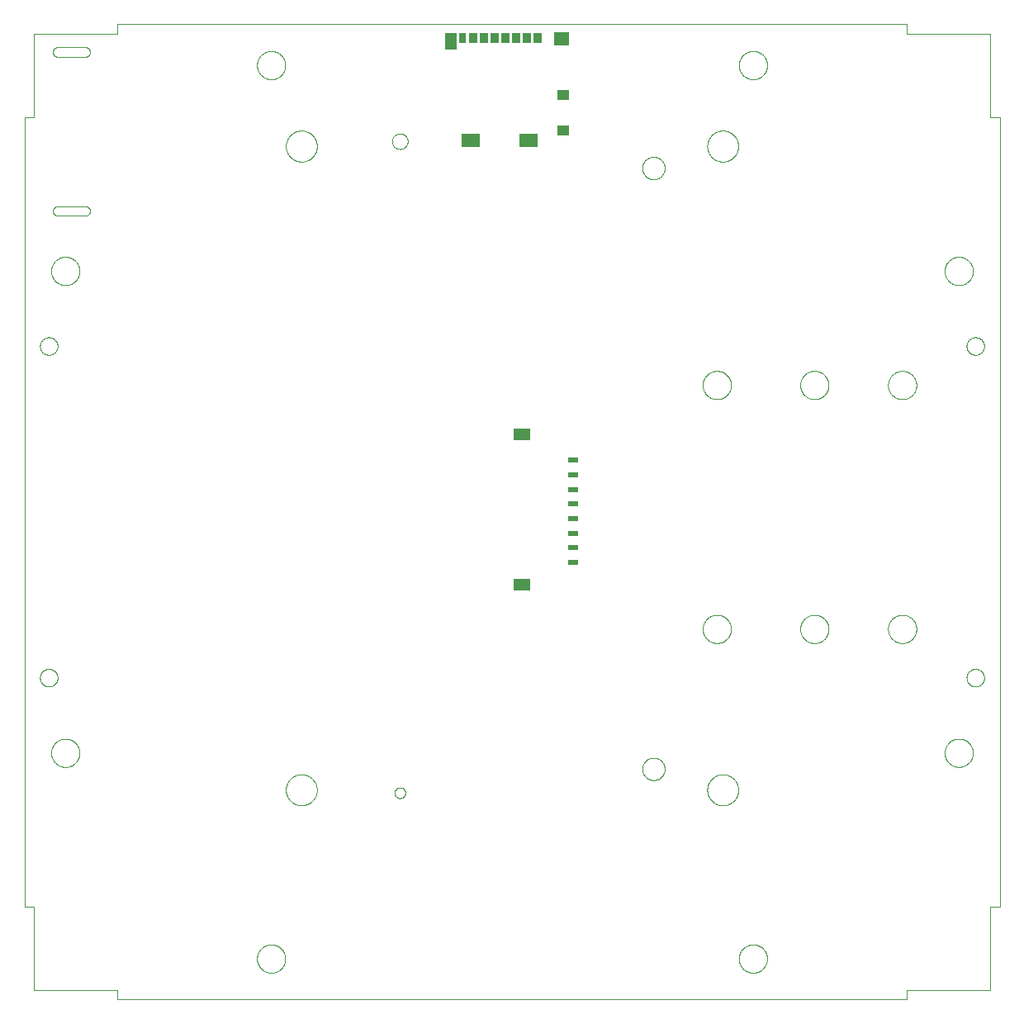
<source format=gbp>
G75*
%MOIN*%
%OFA0B0*%
%FSLAX25Y25*%
%IPPOS*%
%LPD*%
%AMOC8*
5,1,8,0,0,1.08239X$1,22.5*
%
%ADD10C,0.00000*%
%ADD11R,0.03346X0.04331*%
%ADD12R,0.02953X0.04331*%
%ADD13R,0.06102X0.05315*%
%ADD14R,0.04606X0.07087*%
%ADD15R,0.07480X0.05315*%
%ADD16R,0.04724X0.03937*%
%ADD17R,0.03937X0.02362*%
%ADD18R,0.07087X0.04921*%
D10*
X0025344Y0022313D02*
X0025344Y0055778D01*
X0021407Y0055778D01*
X0021407Y0374675D01*
X0025344Y0374675D01*
X0025344Y0408140D01*
X0058809Y0408140D01*
X0058809Y0412077D01*
X0377707Y0412077D01*
X0377707Y0408140D01*
X0411171Y0408140D01*
X0411171Y0374675D01*
X0415108Y0374675D01*
X0415108Y0055778D01*
X0411171Y0055778D01*
X0411171Y0022313D01*
X0377707Y0022313D01*
X0377707Y0018376D01*
X0058809Y0018376D01*
X0058809Y0022313D01*
X0025344Y0022313D01*
X0032234Y0117982D02*
X0032236Y0118133D01*
X0032242Y0118283D01*
X0032252Y0118434D01*
X0032266Y0118584D01*
X0032284Y0118733D01*
X0032305Y0118883D01*
X0032331Y0119031D01*
X0032361Y0119179D01*
X0032394Y0119326D01*
X0032432Y0119472D01*
X0032473Y0119617D01*
X0032518Y0119761D01*
X0032567Y0119903D01*
X0032620Y0120044D01*
X0032676Y0120184D01*
X0032736Y0120322D01*
X0032799Y0120459D01*
X0032867Y0120594D01*
X0032937Y0120727D01*
X0033011Y0120858D01*
X0033089Y0120987D01*
X0033170Y0121114D01*
X0033254Y0121239D01*
X0033342Y0121362D01*
X0033433Y0121482D01*
X0033527Y0121600D01*
X0033624Y0121715D01*
X0033724Y0121828D01*
X0033827Y0121938D01*
X0033933Y0122045D01*
X0034042Y0122150D01*
X0034153Y0122251D01*
X0034267Y0122350D01*
X0034383Y0122445D01*
X0034503Y0122538D01*
X0034624Y0122627D01*
X0034748Y0122713D01*
X0034874Y0122796D01*
X0035002Y0122875D01*
X0035132Y0122951D01*
X0035264Y0123024D01*
X0035398Y0123092D01*
X0035534Y0123158D01*
X0035672Y0123220D01*
X0035811Y0123278D01*
X0035951Y0123332D01*
X0036093Y0123383D01*
X0036236Y0123430D01*
X0036381Y0123473D01*
X0036526Y0123512D01*
X0036673Y0123548D01*
X0036820Y0123579D01*
X0036968Y0123607D01*
X0037117Y0123631D01*
X0037266Y0123651D01*
X0037416Y0123667D01*
X0037566Y0123679D01*
X0037717Y0123687D01*
X0037868Y0123691D01*
X0038018Y0123691D01*
X0038169Y0123687D01*
X0038320Y0123679D01*
X0038470Y0123667D01*
X0038620Y0123651D01*
X0038769Y0123631D01*
X0038918Y0123607D01*
X0039066Y0123579D01*
X0039213Y0123548D01*
X0039360Y0123512D01*
X0039505Y0123473D01*
X0039650Y0123430D01*
X0039793Y0123383D01*
X0039935Y0123332D01*
X0040075Y0123278D01*
X0040214Y0123220D01*
X0040352Y0123158D01*
X0040488Y0123092D01*
X0040622Y0123024D01*
X0040754Y0122951D01*
X0040884Y0122875D01*
X0041012Y0122796D01*
X0041138Y0122713D01*
X0041262Y0122627D01*
X0041383Y0122538D01*
X0041503Y0122445D01*
X0041619Y0122350D01*
X0041733Y0122251D01*
X0041844Y0122150D01*
X0041953Y0122045D01*
X0042059Y0121938D01*
X0042162Y0121828D01*
X0042262Y0121715D01*
X0042359Y0121600D01*
X0042453Y0121482D01*
X0042544Y0121362D01*
X0042632Y0121239D01*
X0042716Y0121114D01*
X0042797Y0120987D01*
X0042875Y0120858D01*
X0042949Y0120727D01*
X0043019Y0120594D01*
X0043087Y0120459D01*
X0043150Y0120322D01*
X0043210Y0120184D01*
X0043266Y0120044D01*
X0043319Y0119903D01*
X0043368Y0119761D01*
X0043413Y0119617D01*
X0043454Y0119472D01*
X0043492Y0119326D01*
X0043525Y0119179D01*
X0043555Y0119031D01*
X0043581Y0118883D01*
X0043602Y0118733D01*
X0043620Y0118584D01*
X0043634Y0118434D01*
X0043644Y0118283D01*
X0043650Y0118133D01*
X0043652Y0117982D01*
X0043650Y0117831D01*
X0043644Y0117681D01*
X0043634Y0117530D01*
X0043620Y0117380D01*
X0043602Y0117231D01*
X0043581Y0117081D01*
X0043555Y0116933D01*
X0043525Y0116785D01*
X0043492Y0116638D01*
X0043454Y0116492D01*
X0043413Y0116347D01*
X0043368Y0116203D01*
X0043319Y0116061D01*
X0043266Y0115920D01*
X0043210Y0115780D01*
X0043150Y0115642D01*
X0043087Y0115505D01*
X0043019Y0115370D01*
X0042949Y0115237D01*
X0042875Y0115106D01*
X0042797Y0114977D01*
X0042716Y0114850D01*
X0042632Y0114725D01*
X0042544Y0114602D01*
X0042453Y0114482D01*
X0042359Y0114364D01*
X0042262Y0114249D01*
X0042162Y0114136D01*
X0042059Y0114026D01*
X0041953Y0113919D01*
X0041844Y0113814D01*
X0041733Y0113713D01*
X0041619Y0113614D01*
X0041503Y0113519D01*
X0041383Y0113426D01*
X0041262Y0113337D01*
X0041138Y0113251D01*
X0041012Y0113168D01*
X0040884Y0113089D01*
X0040754Y0113013D01*
X0040622Y0112940D01*
X0040488Y0112872D01*
X0040352Y0112806D01*
X0040214Y0112744D01*
X0040075Y0112686D01*
X0039935Y0112632D01*
X0039793Y0112581D01*
X0039650Y0112534D01*
X0039505Y0112491D01*
X0039360Y0112452D01*
X0039213Y0112416D01*
X0039066Y0112385D01*
X0038918Y0112357D01*
X0038769Y0112333D01*
X0038620Y0112313D01*
X0038470Y0112297D01*
X0038320Y0112285D01*
X0038169Y0112277D01*
X0038018Y0112273D01*
X0037868Y0112273D01*
X0037717Y0112277D01*
X0037566Y0112285D01*
X0037416Y0112297D01*
X0037266Y0112313D01*
X0037117Y0112333D01*
X0036968Y0112357D01*
X0036820Y0112385D01*
X0036673Y0112416D01*
X0036526Y0112452D01*
X0036381Y0112491D01*
X0036236Y0112534D01*
X0036093Y0112581D01*
X0035951Y0112632D01*
X0035811Y0112686D01*
X0035672Y0112744D01*
X0035534Y0112806D01*
X0035398Y0112872D01*
X0035264Y0112940D01*
X0035132Y0113013D01*
X0035002Y0113089D01*
X0034874Y0113168D01*
X0034748Y0113251D01*
X0034624Y0113337D01*
X0034503Y0113426D01*
X0034383Y0113519D01*
X0034267Y0113614D01*
X0034153Y0113713D01*
X0034042Y0113814D01*
X0033933Y0113919D01*
X0033827Y0114026D01*
X0033724Y0114136D01*
X0033624Y0114249D01*
X0033527Y0114364D01*
X0033433Y0114482D01*
X0033342Y0114602D01*
X0033254Y0114725D01*
X0033170Y0114850D01*
X0033089Y0114977D01*
X0033011Y0115106D01*
X0032937Y0115237D01*
X0032867Y0115370D01*
X0032799Y0115505D01*
X0032736Y0115642D01*
X0032676Y0115780D01*
X0032620Y0115920D01*
X0032567Y0116061D01*
X0032518Y0116203D01*
X0032473Y0116347D01*
X0032432Y0116492D01*
X0032394Y0116638D01*
X0032361Y0116785D01*
X0032331Y0116933D01*
X0032305Y0117081D01*
X0032284Y0117231D01*
X0032266Y0117380D01*
X0032252Y0117530D01*
X0032242Y0117681D01*
X0032236Y0117831D01*
X0032234Y0117982D01*
X0027698Y0148297D02*
X0027700Y0148416D01*
X0027706Y0148534D01*
X0027716Y0148653D01*
X0027730Y0148770D01*
X0027747Y0148888D01*
X0027769Y0149005D01*
X0027795Y0149120D01*
X0027824Y0149235D01*
X0027857Y0149349D01*
X0027895Y0149462D01*
X0027935Y0149574D01*
X0027980Y0149684D01*
X0028028Y0149792D01*
X0028080Y0149899D01*
X0028135Y0150004D01*
X0028194Y0150107D01*
X0028256Y0150208D01*
X0028322Y0150307D01*
X0028390Y0150404D01*
X0028462Y0150498D01*
X0028538Y0150590D01*
X0028616Y0150680D01*
X0028697Y0150766D01*
X0028781Y0150850D01*
X0028867Y0150931D01*
X0028957Y0151009D01*
X0029049Y0151085D01*
X0029143Y0151157D01*
X0029240Y0151225D01*
X0029339Y0151291D01*
X0029440Y0151353D01*
X0029543Y0151412D01*
X0029648Y0151467D01*
X0029755Y0151519D01*
X0029863Y0151567D01*
X0029973Y0151612D01*
X0030085Y0151652D01*
X0030198Y0151690D01*
X0030312Y0151723D01*
X0030427Y0151752D01*
X0030542Y0151778D01*
X0030659Y0151800D01*
X0030777Y0151817D01*
X0030894Y0151831D01*
X0031013Y0151841D01*
X0031131Y0151847D01*
X0031250Y0151849D01*
X0031369Y0151847D01*
X0031487Y0151841D01*
X0031606Y0151831D01*
X0031723Y0151817D01*
X0031841Y0151800D01*
X0031958Y0151778D01*
X0032073Y0151752D01*
X0032188Y0151723D01*
X0032302Y0151690D01*
X0032415Y0151652D01*
X0032527Y0151612D01*
X0032637Y0151567D01*
X0032745Y0151519D01*
X0032852Y0151467D01*
X0032957Y0151412D01*
X0033060Y0151353D01*
X0033161Y0151291D01*
X0033260Y0151225D01*
X0033357Y0151157D01*
X0033451Y0151085D01*
X0033543Y0151009D01*
X0033633Y0150931D01*
X0033719Y0150850D01*
X0033803Y0150766D01*
X0033884Y0150680D01*
X0033962Y0150590D01*
X0034038Y0150498D01*
X0034110Y0150404D01*
X0034178Y0150307D01*
X0034244Y0150208D01*
X0034306Y0150107D01*
X0034365Y0150004D01*
X0034420Y0149899D01*
X0034472Y0149792D01*
X0034520Y0149684D01*
X0034565Y0149574D01*
X0034605Y0149462D01*
X0034643Y0149349D01*
X0034676Y0149235D01*
X0034705Y0149120D01*
X0034731Y0149005D01*
X0034753Y0148888D01*
X0034770Y0148770D01*
X0034784Y0148653D01*
X0034794Y0148534D01*
X0034800Y0148416D01*
X0034802Y0148297D01*
X0034800Y0148178D01*
X0034794Y0148060D01*
X0034784Y0147941D01*
X0034770Y0147824D01*
X0034753Y0147706D01*
X0034731Y0147589D01*
X0034705Y0147474D01*
X0034676Y0147359D01*
X0034643Y0147245D01*
X0034605Y0147132D01*
X0034565Y0147020D01*
X0034520Y0146910D01*
X0034472Y0146802D01*
X0034420Y0146695D01*
X0034365Y0146590D01*
X0034306Y0146487D01*
X0034244Y0146386D01*
X0034178Y0146287D01*
X0034110Y0146190D01*
X0034038Y0146096D01*
X0033962Y0146004D01*
X0033884Y0145914D01*
X0033803Y0145828D01*
X0033719Y0145744D01*
X0033633Y0145663D01*
X0033543Y0145585D01*
X0033451Y0145509D01*
X0033357Y0145437D01*
X0033260Y0145369D01*
X0033161Y0145303D01*
X0033060Y0145241D01*
X0032957Y0145182D01*
X0032852Y0145127D01*
X0032745Y0145075D01*
X0032637Y0145027D01*
X0032527Y0144982D01*
X0032415Y0144942D01*
X0032302Y0144904D01*
X0032188Y0144871D01*
X0032073Y0144842D01*
X0031958Y0144816D01*
X0031841Y0144794D01*
X0031723Y0144777D01*
X0031606Y0144763D01*
X0031487Y0144753D01*
X0031369Y0144747D01*
X0031250Y0144745D01*
X0031131Y0144747D01*
X0031013Y0144753D01*
X0030894Y0144763D01*
X0030777Y0144777D01*
X0030659Y0144794D01*
X0030542Y0144816D01*
X0030427Y0144842D01*
X0030312Y0144871D01*
X0030198Y0144904D01*
X0030085Y0144942D01*
X0029973Y0144982D01*
X0029863Y0145027D01*
X0029755Y0145075D01*
X0029648Y0145127D01*
X0029543Y0145182D01*
X0029440Y0145241D01*
X0029339Y0145303D01*
X0029240Y0145369D01*
X0029143Y0145437D01*
X0029049Y0145509D01*
X0028957Y0145585D01*
X0028867Y0145663D01*
X0028781Y0145744D01*
X0028697Y0145828D01*
X0028616Y0145914D01*
X0028538Y0146004D01*
X0028462Y0146096D01*
X0028390Y0146190D01*
X0028322Y0146287D01*
X0028256Y0146386D01*
X0028194Y0146487D01*
X0028135Y0146590D01*
X0028080Y0146695D01*
X0028028Y0146802D01*
X0027980Y0146910D01*
X0027935Y0147020D01*
X0027895Y0147132D01*
X0027857Y0147245D01*
X0027824Y0147359D01*
X0027795Y0147474D01*
X0027769Y0147589D01*
X0027747Y0147706D01*
X0027730Y0147824D01*
X0027716Y0147941D01*
X0027706Y0148060D01*
X0027700Y0148178D01*
X0027698Y0148297D01*
X0126959Y0103022D02*
X0126961Y0103180D01*
X0126967Y0103338D01*
X0126977Y0103495D01*
X0126991Y0103653D01*
X0127009Y0103810D01*
X0127031Y0103966D01*
X0127056Y0104122D01*
X0127086Y0104277D01*
X0127120Y0104431D01*
X0127157Y0104585D01*
X0127199Y0104737D01*
X0127244Y0104889D01*
X0127293Y0105039D01*
X0127346Y0105188D01*
X0127402Y0105335D01*
X0127462Y0105481D01*
X0127526Y0105626D01*
X0127594Y0105769D01*
X0127665Y0105910D01*
X0127739Y0106049D01*
X0127818Y0106186D01*
X0127899Y0106321D01*
X0127984Y0106455D01*
X0128072Y0106586D01*
X0128164Y0106714D01*
X0128259Y0106841D01*
X0128357Y0106965D01*
X0128458Y0107086D01*
X0128562Y0107205D01*
X0128669Y0107321D01*
X0128779Y0107435D01*
X0128891Y0107545D01*
X0129007Y0107653D01*
X0129125Y0107758D01*
X0129246Y0107859D01*
X0129369Y0107958D01*
X0129495Y0108054D01*
X0129623Y0108146D01*
X0129753Y0108235D01*
X0129886Y0108321D01*
X0130021Y0108403D01*
X0130158Y0108482D01*
X0130296Y0108558D01*
X0130437Y0108630D01*
X0130579Y0108698D01*
X0130723Y0108763D01*
X0130869Y0108824D01*
X0131016Y0108882D01*
X0131165Y0108935D01*
X0131315Y0108985D01*
X0131466Y0109031D01*
X0131618Y0109074D01*
X0131771Y0109112D01*
X0131925Y0109147D01*
X0132080Y0109178D01*
X0132236Y0109204D01*
X0132392Y0109227D01*
X0132549Y0109246D01*
X0132706Y0109261D01*
X0132864Y0109272D01*
X0133022Y0109279D01*
X0133180Y0109282D01*
X0133337Y0109281D01*
X0133495Y0109276D01*
X0133653Y0109267D01*
X0133810Y0109254D01*
X0133968Y0109237D01*
X0134124Y0109216D01*
X0134280Y0109191D01*
X0134435Y0109163D01*
X0134590Y0109130D01*
X0134744Y0109093D01*
X0134896Y0109053D01*
X0135048Y0109009D01*
X0135198Y0108961D01*
X0135348Y0108909D01*
X0135496Y0108853D01*
X0135642Y0108794D01*
X0135787Y0108731D01*
X0135930Y0108665D01*
X0136072Y0108594D01*
X0136211Y0108521D01*
X0136349Y0108443D01*
X0136485Y0108363D01*
X0136618Y0108279D01*
X0136750Y0108191D01*
X0136879Y0108100D01*
X0137006Y0108006D01*
X0137131Y0107909D01*
X0137253Y0107809D01*
X0137372Y0107706D01*
X0137489Y0107599D01*
X0137603Y0107490D01*
X0137715Y0107378D01*
X0137823Y0107263D01*
X0137929Y0107146D01*
X0138031Y0107026D01*
X0138131Y0106903D01*
X0138227Y0106778D01*
X0138320Y0106650D01*
X0138410Y0106520D01*
X0138497Y0106388D01*
X0138580Y0106254D01*
X0138660Y0106118D01*
X0138736Y0105979D01*
X0138809Y0105839D01*
X0138879Y0105697D01*
X0138944Y0105554D01*
X0139006Y0105408D01*
X0139065Y0105262D01*
X0139119Y0105113D01*
X0139170Y0104964D01*
X0139217Y0104813D01*
X0139261Y0104661D01*
X0139300Y0104508D01*
X0139336Y0104354D01*
X0139367Y0104200D01*
X0139395Y0104044D01*
X0139419Y0103888D01*
X0139439Y0103731D01*
X0139455Y0103574D01*
X0139467Y0103417D01*
X0139475Y0103259D01*
X0139479Y0103101D01*
X0139479Y0102943D01*
X0139475Y0102785D01*
X0139467Y0102627D01*
X0139455Y0102470D01*
X0139439Y0102313D01*
X0139419Y0102156D01*
X0139395Y0102000D01*
X0139367Y0101844D01*
X0139336Y0101690D01*
X0139300Y0101536D01*
X0139261Y0101383D01*
X0139217Y0101231D01*
X0139170Y0101080D01*
X0139119Y0100931D01*
X0139065Y0100782D01*
X0139006Y0100636D01*
X0138944Y0100490D01*
X0138879Y0100347D01*
X0138809Y0100205D01*
X0138736Y0100065D01*
X0138660Y0099926D01*
X0138580Y0099790D01*
X0138497Y0099656D01*
X0138410Y0099524D01*
X0138320Y0099394D01*
X0138227Y0099266D01*
X0138131Y0099141D01*
X0138031Y0099018D01*
X0137929Y0098898D01*
X0137823Y0098781D01*
X0137715Y0098666D01*
X0137603Y0098554D01*
X0137489Y0098445D01*
X0137372Y0098338D01*
X0137253Y0098235D01*
X0137131Y0098135D01*
X0137006Y0098038D01*
X0136879Y0097944D01*
X0136750Y0097853D01*
X0136618Y0097765D01*
X0136485Y0097681D01*
X0136349Y0097601D01*
X0136211Y0097523D01*
X0136072Y0097450D01*
X0135930Y0097379D01*
X0135787Y0097313D01*
X0135642Y0097250D01*
X0135496Y0097191D01*
X0135348Y0097135D01*
X0135198Y0097083D01*
X0135048Y0097035D01*
X0134896Y0096991D01*
X0134744Y0096951D01*
X0134590Y0096914D01*
X0134435Y0096881D01*
X0134280Y0096853D01*
X0134124Y0096828D01*
X0133968Y0096807D01*
X0133810Y0096790D01*
X0133653Y0096777D01*
X0133495Y0096768D01*
X0133337Y0096763D01*
X0133180Y0096762D01*
X0133022Y0096765D01*
X0132864Y0096772D01*
X0132706Y0096783D01*
X0132549Y0096798D01*
X0132392Y0096817D01*
X0132236Y0096840D01*
X0132080Y0096866D01*
X0131925Y0096897D01*
X0131771Y0096932D01*
X0131618Y0096970D01*
X0131466Y0097013D01*
X0131315Y0097059D01*
X0131165Y0097109D01*
X0131016Y0097162D01*
X0130869Y0097220D01*
X0130723Y0097281D01*
X0130579Y0097346D01*
X0130437Y0097414D01*
X0130296Y0097486D01*
X0130158Y0097562D01*
X0130021Y0097641D01*
X0129886Y0097723D01*
X0129753Y0097809D01*
X0129623Y0097898D01*
X0129495Y0097990D01*
X0129369Y0098086D01*
X0129246Y0098185D01*
X0129125Y0098286D01*
X0129007Y0098391D01*
X0128891Y0098499D01*
X0128779Y0098609D01*
X0128669Y0098723D01*
X0128562Y0098839D01*
X0128458Y0098958D01*
X0128357Y0099079D01*
X0128259Y0099203D01*
X0128164Y0099330D01*
X0128072Y0099458D01*
X0127984Y0099589D01*
X0127899Y0099723D01*
X0127818Y0099858D01*
X0127739Y0099995D01*
X0127665Y0100134D01*
X0127594Y0100275D01*
X0127526Y0100418D01*
X0127462Y0100563D01*
X0127402Y0100709D01*
X0127346Y0100856D01*
X0127293Y0101005D01*
X0127244Y0101155D01*
X0127199Y0101307D01*
X0127157Y0101459D01*
X0127120Y0101613D01*
X0127086Y0101767D01*
X0127056Y0101922D01*
X0127031Y0102078D01*
X0127009Y0102234D01*
X0126991Y0102391D01*
X0126977Y0102549D01*
X0126967Y0102706D01*
X0126961Y0102864D01*
X0126959Y0103022D01*
X0170817Y0101841D02*
X0170819Y0101934D01*
X0170825Y0102026D01*
X0170835Y0102118D01*
X0170849Y0102209D01*
X0170866Y0102300D01*
X0170888Y0102390D01*
X0170913Y0102479D01*
X0170942Y0102567D01*
X0170975Y0102653D01*
X0171012Y0102738D01*
X0171052Y0102822D01*
X0171096Y0102903D01*
X0171143Y0102983D01*
X0171193Y0103061D01*
X0171247Y0103136D01*
X0171304Y0103209D01*
X0171364Y0103279D01*
X0171427Y0103347D01*
X0171493Y0103412D01*
X0171561Y0103474D01*
X0171632Y0103534D01*
X0171706Y0103590D01*
X0171782Y0103643D01*
X0171860Y0103692D01*
X0171940Y0103739D01*
X0172022Y0103781D01*
X0172106Y0103821D01*
X0172191Y0103856D01*
X0172278Y0103888D01*
X0172366Y0103917D01*
X0172455Y0103941D01*
X0172545Y0103962D01*
X0172636Y0103978D01*
X0172728Y0103991D01*
X0172820Y0104000D01*
X0172913Y0104005D01*
X0173005Y0104006D01*
X0173098Y0104003D01*
X0173190Y0103996D01*
X0173282Y0103985D01*
X0173373Y0103970D01*
X0173464Y0103952D01*
X0173554Y0103929D01*
X0173642Y0103903D01*
X0173730Y0103873D01*
X0173816Y0103839D01*
X0173900Y0103802D01*
X0173983Y0103760D01*
X0174064Y0103716D01*
X0174144Y0103668D01*
X0174221Y0103617D01*
X0174295Y0103562D01*
X0174368Y0103504D01*
X0174438Y0103444D01*
X0174505Y0103380D01*
X0174569Y0103314D01*
X0174631Y0103244D01*
X0174689Y0103173D01*
X0174744Y0103099D01*
X0174796Y0103022D01*
X0174845Y0102943D01*
X0174891Y0102863D01*
X0174933Y0102780D01*
X0174971Y0102696D01*
X0175006Y0102610D01*
X0175037Y0102523D01*
X0175064Y0102435D01*
X0175087Y0102345D01*
X0175107Y0102255D01*
X0175123Y0102164D01*
X0175135Y0102072D01*
X0175143Y0101980D01*
X0175147Y0101887D01*
X0175147Y0101795D01*
X0175143Y0101702D01*
X0175135Y0101610D01*
X0175123Y0101518D01*
X0175107Y0101427D01*
X0175087Y0101337D01*
X0175064Y0101247D01*
X0175037Y0101159D01*
X0175006Y0101072D01*
X0174971Y0100986D01*
X0174933Y0100902D01*
X0174891Y0100819D01*
X0174845Y0100739D01*
X0174796Y0100660D01*
X0174744Y0100583D01*
X0174689Y0100509D01*
X0174631Y0100438D01*
X0174569Y0100368D01*
X0174505Y0100302D01*
X0174438Y0100238D01*
X0174368Y0100178D01*
X0174295Y0100120D01*
X0174221Y0100065D01*
X0174144Y0100014D01*
X0174065Y0099966D01*
X0173983Y0099922D01*
X0173900Y0099880D01*
X0173816Y0099843D01*
X0173730Y0099809D01*
X0173642Y0099779D01*
X0173554Y0099753D01*
X0173464Y0099730D01*
X0173373Y0099712D01*
X0173282Y0099697D01*
X0173190Y0099686D01*
X0173098Y0099679D01*
X0173005Y0099676D01*
X0172913Y0099677D01*
X0172820Y0099682D01*
X0172728Y0099691D01*
X0172636Y0099704D01*
X0172545Y0099720D01*
X0172455Y0099741D01*
X0172366Y0099765D01*
X0172278Y0099794D01*
X0172191Y0099826D01*
X0172106Y0099861D01*
X0172022Y0099901D01*
X0171940Y0099943D01*
X0171860Y0099990D01*
X0171782Y0100039D01*
X0171706Y0100092D01*
X0171632Y0100148D01*
X0171561Y0100208D01*
X0171493Y0100270D01*
X0171427Y0100335D01*
X0171364Y0100403D01*
X0171304Y0100473D01*
X0171247Y0100546D01*
X0171193Y0100621D01*
X0171143Y0100699D01*
X0171096Y0100779D01*
X0171052Y0100860D01*
X0171012Y0100944D01*
X0170975Y0101029D01*
X0170942Y0101115D01*
X0170913Y0101203D01*
X0170888Y0101292D01*
X0170866Y0101382D01*
X0170849Y0101473D01*
X0170835Y0101564D01*
X0170825Y0101656D01*
X0170819Y0101748D01*
X0170817Y0101841D01*
X0115305Y0034911D02*
X0115307Y0035062D01*
X0115313Y0035212D01*
X0115323Y0035363D01*
X0115337Y0035513D01*
X0115355Y0035662D01*
X0115376Y0035812D01*
X0115402Y0035960D01*
X0115432Y0036108D01*
X0115465Y0036255D01*
X0115503Y0036401D01*
X0115544Y0036546D01*
X0115589Y0036690D01*
X0115638Y0036832D01*
X0115691Y0036973D01*
X0115747Y0037113D01*
X0115807Y0037251D01*
X0115870Y0037388D01*
X0115938Y0037523D01*
X0116008Y0037656D01*
X0116082Y0037787D01*
X0116160Y0037916D01*
X0116241Y0038043D01*
X0116325Y0038168D01*
X0116413Y0038291D01*
X0116504Y0038411D01*
X0116598Y0038529D01*
X0116695Y0038644D01*
X0116795Y0038757D01*
X0116898Y0038867D01*
X0117004Y0038974D01*
X0117113Y0039079D01*
X0117224Y0039180D01*
X0117338Y0039279D01*
X0117454Y0039374D01*
X0117574Y0039467D01*
X0117695Y0039556D01*
X0117819Y0039642D01*
X0117945Y0039725D01*
X0118073Y0039804D01*
X0118203Y0039880D01*
X0118335Y0039953D01*
X0118469Y0040021D01*
X0118605Y0040087D01*
X0118743Y0040149D01*
X0118882Y0040207D01*
X0119022Y0040261D01*
X0119164Y0040312D01*
X0119307Y0040359D01*
X0119452Y0040402D01*
X0119597Y0040441D01*
X0119744Y0040477D01*
X0119891Y0040508D01*
X0120039Y0040536D01*
X0120188Y0040560D01*
X0120337Y0040580D01*
X0120487Y0040596D01*
X0120637Y0040608D01*
X0120788Y0040616D01*
X0120939Y0040620D01*
X0121089Y0040620D01*
X0121240Y0040616D01*
X0121391Y0040608D01*
X0121541Y0040596D01*
X0121691Y0040580D01*
X0121840Y0040560D01*
X0121989Y0040536D01*
X0122137Y0040508D01*
X0122284Y0040477D01*
X0122431Y0040441D01*
X0122576Y0040402D01*
X0122721Y0040359D01*
X0122864Y0040312D01*
X0123006Y0040261D01*
X0123146Y0040207D01*
X0123285Y0040149D01*
X0123423Y0040087D01*
X0123559Y0040021D01*
X0123693Y0039953D01*
X0123825Y0039880D01*
X0123955Y0039804D01*
X0124083Y0039725D01*
X0124209Y0039642D01*
X0124333Y0039556D01*
X0124454Y0039467D01*
X0124574Y0039374D01*
X0124690Y0039279D01*
X0124804Y0039180D01*
X0124915Y0039079D01*
X0125024Y0038974D01*
X0125130Y0038867D01*
X0125233Y0038757D01*
X0125333Y0038644D01*
X0125430Y0038529D01*
X0125524Y0038411D01*
X0125615Y0038291D01*
X0125703Y0038168D01*
X0125787Y0038043D01*
X0125868Y0037916D01*
X0125946Y0037787D01*
X0126020Y0037656D01*
X0126090Y0037523D01*
X0126158Y0037388D01*
X0126221Y0037251D01*
X0126281Y0037113D01*
X0126337Y0036973D01*
X0126390Y0036832D01*
X0126439Y0036690D01*
X0126484Y0036546D01*
X0126525Y0036401D01*
X0126563Y0036255D01*
X0126596Y0036108D01*
X0126626Y0035960D01*
X0126652Y0035812D01*
X0126673Y0035662D01*
X0126691Y0035513D01*
X0126705Y0035363D01*
X0126715Y0035212D01*
X0126721Y0035062D01*
X0126723Y0034911D01*
X0126721Y0034760D01*
X0126715Y0034610D01*
X0126705Y0034459D01*
X0126691Y0034309D01*
X0126673Y0034160D01*
X0126652Y0034010D01*
X0126626Y0033862D01*
X0126596Y0033714D01*
X0126563Y0033567D01*
X0126525Y0033421D01*
X0126484Y0033276D01*
X0126439Y0033132D01*
X0126390Y0032990D01*
X0126337Y0032849D01*
X0126281Y0032709D01*
X0126221Y0032571D01*
X0126158Y0032434D01*
X0126090Y0032299D01*
X0126020Y0032166D01*
X0125946Y0032035D01*
X0125868Y0031906D01*
X0125787Y0031779D01*
X0125703Y0031654D01*
X0125615Y0031531D01*
X0125524Y0031411D01*
X0125430Y0031293D01*
X0125333Y0031178D01*
X0125233Y0031065D01*
X0125130Y0030955D01*
X0125024Y0030848D01*
X0124915Y0030743D01*
X0124804Y0030642D01*
X0124690Y0030543D01*
X0124574Y0030448D01*
X0124454Y0030355D01*
X0124333Y0030266D01*
X0124209Y0030180D01*
X0124083Y0030097D01*
X0123955Y0030018D01*
X0123825Y0029942D01*
X0123693Y0029869D01*
X0123559Y0029801D01*
X0123423Y0029735D01*
X0123285Y0029673D01*
X0123146Y0029615D01*
X0123006Y0029561D01*
X0122864Y0029510D01*
X0122721Y0029463D01*
X0122576Y0029420D01*
X0122431Y0029381D01*
X0122284Y0029345D01*
X0122137Y0029314D01*
X0121989Y0029286D01*
X0121840Y0029262D01*
X0121691Y0029242D01*
X0121541Y0029226D01*
X0121391Y0029214D01*
X0121240Y0029206D01*
X0121089Y0029202D01*
X0120939Y0029202D01*
X0120788Y0029206D01*
X0120637Y0029214D01*
X0120487Y0029226D01*
X0120337Y0029242D01*
X0120188Y0029262D01*
X0120039Y0029286D01*
X0119891Y0029314D01*
X0119744Y0029345D01*
X0119597Y0029381D01*
X0119452Y0029420D01*
X0119307Y0029463D01*
X0119164Y0029510D01*
X0119022Y0029561D01*
X0118882Y0029615D01*
X0118743Y0029673D01*
X0118605Y0029735D01*
X0118469Y0029801D01*
X0118335Y0029869D01*
X0118203Y0029942D01*
X0118073Y0030018D01*
X0117945Y0030097D01*
X0117819Y0030180D01*
X0117695Y0030266D01*
X0117574Y0030355D01*
X0117454Y0030448D01*
X0117338Y0030543D01*
X0117224Y0030642D01*
X0117113Y0030743D01*
X0117004Y0030848D01*
X0116898Y0030955D01*
X0116795Y0031065D01*
X0116695Y0031178D01*
X0116598Y0031293D01*
X0116504Y0031411D01*
X0116413Y0031531D01*
X0116325Y0031654D01*
X0116241Y0031779D01*
X0116160Y0031906D01*
X0116082Y0032035D01*
X0116008Y0032166D01*
X0115938Y0032299D01*
X0115870Y0032434D01*
X0115807Y0032571D01*
X0115747Y0032709D01*
X0115691Y0032849D01*
X0115638Y0032990D01*
X0115589Y0033132D01*
X0115544Y0033276D01*
X0115503Y0033421D01*
X0115465Y0033567D01*
X0115432Y0033714D01*
X0115402Y0033862D01*
X0115376Y0034010D01*
X0115355Y0034160D01*
X0115337Y0034309D01*
X0115323Y0034459D01*
X0115313Y0034610D01*
X0115307Y0034760D01*
X0115305Y0034911D01*
X0270816Y0111486D02*
X0270818Y0111620D01*
X0270824Y0111754D01*
X0270834Y0111888D01*
X0270848Y0112022D01*
X0270866Y0112155D01*
X0270887Y0112287D01*
X0270913Y0112419D01*
X0270943Y0112550D01*
X0270976Y0112680D01*
X0271013Y0112808D01*
X0271055Y0112936D01*
X0271099Y0113063D01*
X0271148Y0113188D01*
X0271200Y0113311D01*
X0271256Y0113433D01*
X0271316Y0113554D01*
X0271379Y0113672D01*
X0271445Y0113789D01*
X0271515Y0113903D01*
X0271588Y0114016D01*
X0271665Y0114126D01*
X0271745Y0114234D01*
X0271828Y0114339D01*
X0271914Y0114442D01*
X0272003Y0114542D01*
X0272095Y0114640D01*
X0272190Y0114735D01*
X0272288Y0114827D01*
X0272388Y0114916D01*
X0272491Y0115002D01*
X0272596Y0115085D01*
X0272704Y0115165D01*
X0272814Y0115242D01*
X0272927Y0115315D01*
X0273041Y0115385D01*
X0273158Y0115451D01*
X0273276Y0115514D01*
X0273397Y0115574D01*
X0273519Y0115630D01*
X0273642Y0115682D01*
X0273767Y0115731D01*
X0273894Y0115775D01*
X0274022Y0115817D01*
X0274150Y0115854D01*
X0274280Y0115887D01*
X0274411Y0115917D01*
X0274543Y0115943D01*
X0274675Y0115964D01*
X0274808Y0115982D01*
X0274942Y0115996D01*
X0275076Y0116006D01*
X0275210Y0116012D01*
X0275344Y0116014D01*
X0275478Y0116012D01*
X0275612Y0116006D01*
X0275746Y0115996D01*
X0275880Y0115982D01*
X0276013Y0115964D01*
X0276145Y0115943D01*
X0276277Y0115917D01*
X0276408Y0115887D01*
X0276538Y0115854D01*
X0276666Y0115817D01*
X0276794Y0115775D01*
X0276921Y0115731D01*
X0277046Y0115682D01*
X0277169Y0115630D01*
X0277291Y0115574D01*
X0277412Y0115514D01*
X0277530Y0115451D01*
X0277647Y0115385D01*
X0277761Y0115315D01*
X0277874Y0115242D01*
X0277984Y0115165D01*
X0278092Y0115085D01*
X0278197Y0115002D01*
X0278300Y0114916D01*
X0278400Y0114827D01*
X0278498Y0114735D01*
X0278593Y0114640D01*
X0278685Y0114542D01*
X0278774Y0114442D01*
X0278860Y0114339D01*
X0278943Y0114234D01*
X0279023Y0114126D01*
X0279100Y0114016D01*
X0279173Y0113903D01*
X0279243Y0113789D01*
X0279309Y0113672D01*
X0279372Y0113554D01*
X0279432Y0113433D01*
X0279488Y0113311D01*
X0279540Y0113188D01*
X0279589Y0113063D01*
X0279633Y0112936D01*
X0279675Y0112808D01*
X0279712Y0112680D01*
X0279745Y0112550D01*
X0279775Y0112419D01*
X0279801Y0112287D01*
X0279822Y0112155D01*
X0279840Y0112022D01*
X0279854Y0111888D01*
X0279864Y0111754D01*
X0279870Y0111620D01*
X0279872Y0111486D01*
X0279870Y0111352D01*
X0279864Y0111218D01*
X0279854Y0111084D01*
X0279840Y0110950D01*
X0279822Y0110817D01*
X0279801Y0110685D01*
X0279775Y0110553D01*
X0279745Y0110422D01*
X0279712Y0110292D01*
X0279675Y0110164D01*
X0279633Y0110036D01*
X0279589Y0109909D01*
X0279540Y0109784D01*
X0279488Y0109661D01*
X0279432Y0109539D01*
X0279372Y0109418D01*
X0279309Y0109300D01*
X0279243Y0109183D01*
X0279173Y0109069D01*
X0279100Y0108956D01*
X0279023Y0108846D01*
X0278943Y0108738D01*
X0278860Y0108633D01*
X0278774Y0108530D01*
X0278685Y0108430D01*
X0278593Y0108332D01*
X0278498Y0108237D01*
X0278400Y0108145D01*
X0278300Y0108056D01*
X0278197Y0107970D01*
X0278092Y0107887D01*
X0277984Y0107807D01*
X0277874Y0107730D01*
X0277761Y0107657D01*
X0277647Y0107587D01*
X0277530Y0107521D01*
X0277412Y0107458D01*
X0277291Y0107398D01*
X0277169Y0107342D01*
X0277046Y0107290D01*
X0276921Y0107241D01*
X0276794Y0107197D01*
X0276666Y0107155D01*
X0276538Y0107118D01*
X0276408Y0107085D01*
X0276277Y0107055D01*
X0276145Y0107029D01*
X0276013Y0107008D01*
X0275880Y0106990D01*
X0275746Y0106976D01*
X0275612Y0106966D01*
X0275478Y0106960D01*
X0275344Y0106958D01*
X0275210Y0106960D01*
X0275076Y0106966D01*
X0274942Y0106976D01*
X0274808Y0106990D01*
X0274675Y0107008D01*
X0274543Y0107029D01*
X0274411Y0107055D01*
X0274280Y0107085D01*
X0274150Y0107118D01*
X0274022Y0107155D01*
X0273894Y0107197D01*
X0273767Y0107241D01*
X0273642Y0107290D01*
X0273519Y0107342D01*
X0273397Y0107398D01*
X0273276Y0107458D01*
X0273158Y0107521D01*
X0273041Y0107587D01*
X0272927Y0107657D01*
X0272814Y0107730D01*
X0272704Y0107807D01*
X0272596Y0107887D01*
X0272491Y0107970D01*
X0272388Y0108056D01*
X0272288Y0108145D01*
X0272190Y0108237D01*
X0272095Y0108332D01*
X0272003Y0108430D01*
X0271914Y0108530D01*
X0271828Y0108633D01*
X0271745Y0108738D01*
X0271665Y0108846D01*
X0271588Y0108956D01*
X0271515Y0109069D01*
X0271445Y0109183D01*
X0271379Y0109300D01*
X0271316Y0109418D01*
X0271256Y0109539D01*
X0271200Y0109661D01*
X0271148Y0109784D01*
X0271099Y0109909D01*
X0271055Y0110036D01*
X0271013Y0110164D01*
X0270976Y0110292D01*
X0270943Y0110422D01*
X0270913Y0110553D01*
X0270887Y0110685D01*
X0270866Y0110817D01*
X0270848Y0110950D01*
X0270834Y0111084D01*
X0270824Y0111218D01*
X0270818Y0111352D01*
X0270816Y0111486D01*
X0297037Y0103022D02*
X0297039Y0103180D01*
X0297045Y0103338D01*
X0297055Y0103495D01*
X0297069Y0103653D01*
X0297087Y0103810D01*
X0297109Y0103966D01*
X0297134Y0104122D01*
X0297164Y0104277D01*
X0297198Y0104431D01*
X0297235Y0104585D01*
X0297277Y0104737D01*
X0297322Y0104889D01*
X0297371Y0105039D01*
X0297424Y0105188D01*
X0297480Y0105335D01*
X0297540Y0105481D01*
X0297604Y0105626D01*
X0297672Y0105769D01*
X0297743Y0105910D01*
X0297817Y0106049D01*
X0297896Y0106186D01*
X0297977Y0106321D01*
X0298062Y0106455D01*
X0298150Y0106586D01*
X0298242Y0106714D01*
X0298337Y0106841D01*
X0298435Y0106965D01*
X0298536Y0107086D01*
X0298640Y0107205D01*
X0298747Y0107321D01*
X0298857Y0107435D01*
X0298969Y0107545D01*
X0299085Y0107653D01*
X0299203Y0107758D01*
X0299324Y0107859D01*
X0299447Y0107958D01*
X0299573Y0108054D01*
X0299701Y0108146D01*
X0299831Y0108235D01*
X0299964Y0108321D01*
X0300099Y0108403D01*
X0300236Y0108482D01*
X0300374Y0108558D01*
X0300515Y0108630D01*
X0300657Y0108698D01*
X0300801Y0108763D01*
X0300947Y0108824D01*
X0301094Y0108882D01*
X0301243Y0108935D01*
X0301393Y0108985D01*
X0301544Y0109031D01*
X0301696Y0109074D01*
X0301849Y0109112D01*
X0302003Y0109147D01*
X0302158Y0109178D01*
X0302314Y0109204D01*
X0302470Y0109227D01*
X0302627Y0109246D01*
X0302784Y0109261D01*
X0302942Y0109272D01*
X0303100Y0109279D01*
X0303258Y0109282D01*
X0303415Y0109281D01*
X0303573Y0109276D01*
X0303731Y0109267D01*
X0303888Y0109254D01*
X0304046Y0109237D01*
X0304202Y0109216D01*
X0304358Y0109191D01*
X0304513Y0109163D01*
X0304668Y0109130D01*
X0304822Y0109093D01*
X0304974Y0109053D01*
X0305126Y0109009D01*
X0305276Y0108961D01*
X0305426Y0108909D01*
X0305574Y0108853D01*
X0305720Y0108794D01*
X0305865Y0108731D01*
X0306008Y0108665D01*
X0306150Y0108594D01*
X0306289Y0108521D01*
X0306427Y0108443D01*
X0306563Y0108363D01*
X0306696Y0108279D01*
X0306828Y0108191D01*
X0306957Y0108100D01*
X0307084Y0108006D01*
X0307209Y0107909D01*
X0307331Y0107809D01*
X0307450Y0107706D01*
X0307567Y0107599D01*
X0307681Y0107490D01*
X0307793Y0107378D01*
X0307901Y0107263D01*
X0308007Y0107146D01*
X0308109Y0107026D01*
X0308209Y0106903D01*
X0308305Y0106778D01*
X0308398Y0106650D01*
X0308488Y0106520D01*
X0308575Y0106388D01*
X0308658Y0106254D01*
X0308738Y0106118D01*
X0308814Y0105979D01*
X0308887Y0105839D01*
X0308957Y0105697D01*
X0309022Y0105554D01*
X0309084Y0105408D01*
X0309143Y0105262D01*
X0309197Y0105113D01*
X0309248Y0104964D01*
X0309295Y0104813D01*
X0309339Y0104661D01*
X0309378Y0104508D01*
X0309414Y0104354D01*
X0309445Y0104200D01*
X0309473Y0104044D01*
X0309497Y0103888D01*
X0309517Y0103731D01*
X0309533Y0103574D01*
X0309545Y0103417D01*
X0309553Y0103259D01*
X0309557Y0103101D01*
X0309557Y0102943D01*
X0309553Y0102785D01*
X0309545Y0102627D01*
X0309533Y0102470D01*
X0309517Y0102313D01*
X0309497Y0102156D01*
X0309473Y0102000D01*
X0309445Y0101844D01*
X0309414Y0101690D01*
X0309378Y0101536D01*
X0309339Y0101383D01*
X0309295Y0101231D01*
X0309248Y0101080D01*
X0309197Y0100931D01*
X0309143Y0100782D01*
X0309084Y0100636D01*
X0309022Y0100490D01*
X0308957Y0100347D01*
X0308887Y0100205D01*
X0308814Y0100065D01*
X0308738Y0099926D01*
X0308658Y0099790D01*
X0308575Y0099656D01*
X0308488Y0099524D01*
X0308398Y0099394D01*
X0308305Y0099266D01*
X0308209Y0099141D01*
X0308109Y0099018D01*
X0308007Y0098898D01*
X0307901Y0098781D01*
X0307793Y0098666D01*
X0307681Y0098554D01*
X0307567Y0098445D01*
X0307450Y0098338D01*
X0307331Y0098235D01*
X0307209Y0098135D01*
X0307084Y0098038D01*
X0306957Y0097944D01*
X0306828Y0097853D01*
X0306696Y0097765D01*
X0306563Y0097681D01*
X0306427Y0097601D01*
X0306289Y0097523D01*
X0306150Y0097450D01*
X0306008Y0097379D01*
X0305865Y0097313D01*
X0305720Y0097250D01*
X0305574Y0097191D01*
X0305426Y0097135D01*
X0305276Y0097083D01*
X0305126Y0097035D01*
X0304974Y0096991D01*
X0304822Y0096951D01*
X0304668Y0096914D01*
X0304513Y0096881D01*
X0304358Y0096853D01*
X0304202Y0096828D01*
X0304046Y0096807D01*
X0303888Y0096790D01*
X0303731Y0096777D01*
X0303573Y0096768D01*
X0303415Y0096763D01*
X0303258Y0096762D01*
X0303100Y0096765D01*
X0302942Y0096772D01*
X0302784Y0096783D01*
X0302627Y0096798D01*
X0302470Y0096817D01*
X0302314Y0096840D01*
X0302158Y0096866D01*
X0302003Y0096897D01*
X0301849Y0096932D01*
X0301696Y0096970D01*
X0301544Y0097013D01*
X0301393Y0097059D01*
X0301243Y0097109D01*
X0301094Y0097162D01*
X0300947Y0097220D01*
X0300801Y0097281D01*
X0300657Y0097346D01*
X0300515Y0097414D01*
X0300374Y0097486D01*
X0300236Y0097562D01*
X0300099Y0097641D01*
X0299964Y0097723D01*
X0299831Y0097809D01*
X0299701Y0097898D01*
X0299573Y0097990D01*
X0299447Y0098086D01*
X0299324Y0098185D01*
X0299203Y0098286D01*
X0299085Y0098391D01*
X0298969Y0098499D01*
X0298857Y0098609D01*
X0298747Y0098723D01*
X0298640Y0098839D01*
X0298536Y0098958D01*
X0298435Y0099079D01*
X0298337Y0099203D01*
X0298242Y0099330D01*
X0298150Y0099458D01*
X0298062Y0099589D01*
X0297977Y0099723D01*
X0297896Y0099858D01*
X0297817Y0099995D01*
X0297743Y0100134D01*
X0297672Y0100275D01*
X0297604Y0100418D01*
X0297540Y0100563D01*
X0297480Y0100709D01*
X0297424Y0100856D01*
X0297371Y0101005D01*
X0297322Y0101155D01*
X0297277Y0101307D01*
X0297235Y0101459D01*
X0297198Y0101613D01*
X0297164Y0101767D01*
X0297134Y0101922D01*
X0297109Y0102078D01*
X0297087Y0102234D01*
X0297069Y0102391D01*
X0297055Y0102549D01*
X0297045Y0102706D01*
X0297039Y0102864D01*
X0297037Y0103022D01*
X0295226Y0167982D02*
X0295228Y0168133D01*
X0295234Y0168283D01*
X0295244Y0168434D01*
X0295258Y0168584D01*
X0295276Y0168733D01*
X0295297Y0168883D01*
X0295323Y0169031D01*
X0295353Y0169179D01*
X0295386Y0169326D01*
X0295424Y0169472D01*
X0295465Y0169617D01*
X0295510Y0169761D01*
X0295559Y0169903D01*
X0295612Y0170044D01*
X0295668Y0170184D01*
X0295728Y0170322D01*
X0295791Y0170459D01*
X0295859Y0170594D01*
X0295929Y0170727D01*
X0296003Y0170858D01*
X0296081Y0170987D01*
X0296162Y0171114D01*
X0296246Y0171239D01*
X0296334Y0171362D01*
X0296425Y0171482D01*
X0296519Y0171600D01*
X0296616Y0171715D01*
X0296716Y0171828D01*
X0296819Y0171938D01*
X0296925Y0172045D01*
X0297034Y0172150D01*
X0297145Y0172251D01*
X0297259Y0172350D01*
X0297375Y0172445D01*
X0297495Y0172538D01*
X0297616Y0172627D01*
X0297740Y0172713D01*
X0297866Y0172796D01*
X0297994Y0172875D01*
X0298124Y0172951D01*
X0298256Y0173024D01*
X0298390Y0173092D01*
X0298526Y0173158D01*
X0298664Y0173220D01*
X0298803Y0173278D01*
X0298943Y0173332D01*
X0299085Y0173383D01*
X0299228Y0173430D01*
X0299373Y0173473D01*
X0299518Y0173512D01*
X0299665Y0173548D01*
X0299812Y0173579D01*
X0299960Y0173607D01*
X0300109Y0173631D01*
X0300258Y0173651D01*
X0300408Y0173667D01*
X0300558Y0173679D01*
X0300709Y0173687D01*
X0300860Y0173691D01*
X0301010Y0173691D01*
X0301161Y0173687D01*
X0301312Y0173679D01*
X0301462Y0173667D01*
X0301612Y0173651D01*
X0301761Y0173631D01*
X0301910Y0173607D01*
X0302058Y0173579D01*
X0302205Y0173548D01*
X0302352Y0173512D01*
X0302497Y0173473D01*
X0302642Y0173430D01*
X0302785Y0173383D01*
X0302927Y0173332D01*
X0303067Y0173278D01*
X0303206Y0173220D01*
X0303344Y0173158D01*
X0303480Y0173092D01*
X0303614Y0173024D01*
X0303746Y0172951D01*
X0303876Y0172875D01*
X0304004Y0172796D01*
X0304130Y0172713D01*
X0304254Y0172627D01*
X0304375Y0172538D01*
X0304495Y0172445D01*
X0304611Y0172350D01*
X0304725Y0172251D01*
X0304836Y0172150D01*
X0304945Y0172045D01*
X0305051Y0171938D01*
X0305154Y0171828D01*
X0305254Y0171715D01*
X0305351Y0171600D01*
X0305445Y0171482D01*
X0305536Y0171362D01*
X0305624Y0171239D01*
X0305708Y0171114D01*
X0305789Y0170987D01*
X0305867Y0170858D01*
X0305941Y0170727D01*
X0306011Y0170594D01*
X0306079Y0170459D01*
X0306142Y0170322D01*
X0306202Y0170184D01*
X0306258Y0170044D01*
X0306311Y0169903D01*
X0306360Y0169761D01*
X0306405Y0169617D01*
X0306446Y0169472D01*
X0306484Y0169326D01*
X0306517Y0169179D01*
X0306547Y0169031D01*
X0306573Y0168883D01*
X0306594Y0168733D01*
X0306612Y0168584D01*
X0306626Y0168434D01*
X0306636Y0168283D01*
X0306642Y0168133D01*
X0306644Y0167982D01*
X0306642Y0167831D01*
X0306636Y0167681D01*
X0306626Y0167530D01*
X0306612Y0167380D01*
X0306594Y0167231D01*
X0306573Y0167081D01*
X0306547Y0166933D01*
X0306517Y0166785D01*
X0306484Y0166638D01*
X0306446Y0166492D01*
X0306405Y0166347D01*
X0306360Y0166203D01*
X0306311Y0166061D01*
X0306258Y0165920D01*
X0306202Y0165780D01*
X0306142Y0165642D01*
X0306079Y0165505D01*
X0306011Y0165370D01*
X0305941Y0165237D01*
X0305867Y0165106D01*
X0305789Y0164977D01*
X0305708Y0164850D01*
X0305624Y0164725D01*
X0305536Y0164602D01*
X0305445Y0164482D01*
X0305351Y0164364D01*
X0305254Y0164249D01*
X0305154Y0164136D01*
X0305051Y0164026D01*
X0304945Y0163919D01*
X0304836Y0163814D01*
X0304725Y0163713D01*
X0304611Y0163614D01*
X0304495Y0163519D01*
X0304375Y0163426D01*
X0304254Y0163337D01*
X0304130Y0163251D01*
X0304004Y0163168D01*
X0303876Y0163089D01*
X0303746Y0163013D01*
X0303614Y0162940D01*
X0303480Y0162872D01*
X0303344Y0162806D01*
X0303206Y0162744D01*
X0303067Y0162686D01*
X0302927Y0162632D01*
X0302785Y0162581D01*
X0302642Y0162534D01*
X0302497Y0162491D01*
X0302352Y0162452D01*
X0302205Y0162416D01*
X0302058Y0162385D01*
X0301910Y0162357D01*
X0301761Y0162333D01*
X0301612Y0162313D01*
X0301462Y0162297D01*
X0301312Y0162285D01*
X0301161Y0162277D01*
X0301010Y0162273D01*
X0300860Y0162273D01*
X0300709Y0162277D01*
X0300558Y0162285D01*
X0300408Y0162297D01*
X0300258Y0162313D01*
X0300109Y0162333D01*
X0299960Y0162357D01*
X0299812Y0162385D01*
X0299665Y0162416D01*
X0299518Y0162452D01*
X0299373Y0162491D01*
X0299228Y0162534D01*
X0299085Y0162581D01*
X0298943Y0162632D01*
X0298803Y0162686D01*
X0298664Y0162744D01*
X0298526Y0162806D01*
X0298390Y0162872D01*
X0298256Y0162940D01*
X0298124Y0163013D01*
X0297994Y0163089D01*
X0297866Y0163168D01*
X0297740Y0163251D01*
X0297616Y0163337D01*
X0297495Y0163426D01*
X0297375Y0163519D01*
X0297259Y0163614D01*
X0297145Y0163713D01*
X0297034Y0163814D01*
X0296925Y0163919D01*
X0296819Y0164026D01*
X0296716Y0164136D01*
X0296616Y0164249D01*
X0296519Y0164364D01*
X0296425Y0164482D01*
X0296334Y0164602D01*
X0296246Y0164725D01*
X0296162Y0164850D01*
X0296081Y0164977D01*
X0296003Y0165106D01*
X0295929Y0165237D01*
X0295859Y0165370D01*
X0295791Y0165505D01*
X0295728Y0165642D01*
X0295668Y0165780D01*
X0295612Y0165920D01*
X0295559Y0166061D01*
X0295510Y0166203D01*
X0295465Y0166347D01*
X0295424Y0166492D01*
X0295386Y0166638D01*
X0295353Y0166785D01*
X0295323Y0166933D01*
X0295297Y0167081D01*
X0295276Y0167231D01*
X0295258Y0167380D01*
X0295244Y0167530D01*
X0295234Y0167681D01*
X0295228Y0167831D01*
X0295226Y0167982D01*
X0334596Y0167982D02*
X0334598Y0168133D01*
X0334604Y0168283D01*
X0334614Y0168434D01*
X0334628Y0168584D01*
X0334646Y0168733D01*
X0334667Y0168883D01*
X0334693Y0169031D01*
X0334723Y0169179D01*
X0334756Y0169326D01*
X0334794Y0169472D01*
X0334835Y0169617D01*
X0334880Y0169761D01*
X0334929Y0169903D01*
X0334982Y0170044D01*
X0335038Y0170184D01*
X0335098Y0170322D01*
X0335161Y0170459D01*
X0335229Y0170594D01*
X0335299Y0170727D01*
X0335373Y0170858D01*
X0335451Y0170987D01*
X0335532Y0171114D01*
X0335616Y0171239D01*
X0335704Y0171362D01*
X0335795Y0171482D01*
X0335889Y0171600D01*
X0335986Y0171715D01*
X0336086Y0171828D01*
X0336189Y0171938D01*
X0336295Y0172045D01*
X0336404Y0172150D01*
X0336515Y0172251D01*
X0336629Y0172350D01*
X0336745Y0172445D01*
X0336865Y0172538D01*
X0336986Y0172627D01*
X0337110Y0172713D01*
X0337236Y0172796D01*
X0337364Y0172875D01*
X0337494Y0172951D01*
X0337626Y0173024D01*
X0337760Y0173092D01*
X0337896Y0173158D01*
X0338034Y0173220D01*
X0338173Y0173278D01*
X0338313Y0173332D01*
X0338455Y0173383D01*
X0338598Y0173430D01*
X0338743Y0173473D01*
X0338888Y0173512D01*
X0339035Y0173548D01*
X0339182Y0173579D01*
X0339330Y0173607D01*
X0339479Y0173631D01*
X0339628Y0173651D01*
X0339778Y0173667D01*
X0339928Y0173679D01*
X0340079Y0173687D01*
X0340230Y0173691D01*
X0340380Y0173691D01*
X0340531Y0173687D01*
X0340682Y0173679D01*
X0340832Y0173667D01*
X0340982Y0173651D01*
X0341131Y0173631D01*
X0341280Y0173607D01*
X0341428Y0173579D01*
X0341575Y0173548D01*
X0341722Y0173512D01*
X0341867Y0173473D01*
X0342012Y0173430D01*
X0342155Y0173383D01*
X0342297Y0173332D01*
X0342437Y0173278D01*
X0342576Y0173220D01*
X0342714Y0173158D01*
X0342850Y0173092D01*
X0342984Y0173024D01*
X0343116Y0172951D01*
X0343246Y0172875D01*
X0343374Y0172796D01*
X0343500Y0172713D01*
X0343624Y0172627D01*
X0343745Y0172538D01*
X0343865Y0172445D01*
X0343981Y0172350D01*
X0344095Y0172251D01*
X0344206Y0172150D01*
X0344315Y0172045D01*
X0344421Y0171938D01*
X0344524Y0171828D01*
X0344624Y0171715D01*
X0344721Y0171600D01*
X0344815Y0171482D01*
X0344906Y0171362D01*
X0344994Y0171239D01*
X0345078Y0171114D01*
X0345159Y0170987D01*
X0345237Y0170858D01*
X0345311Y0170727D01*
X0345381Y0170594D01*
X0345449Y0170459D01*
X0345512Y0170322D01*
X0345572Y0170184D01*
X0345628Y0170044D01*
X0345681Y0169903D01*
X0345730Y0169761D01*
X0345775Y0169617D01*
X0345816Y0169472D01*
X0345854Y0169326D01*
X0345887Y0169179D01*
X0345917Y0169031D01*
X0345943Y0168883D01*
X0345964Y0168733D01*
X0345982Y0168584D01*
X0345996Y0168434D01*
X0346006Y0168283D01*
X0346012Y0168133D01*
X0346014Y0167982D01*
X0346012Y0167831D01*
X0346006Y0167681D01*
X0345996Y0167530D01*
X0345982Y0167380D01*
X0345964Y0167231D01*
X0345943Y0167081D01*
X0345917Y0166933D01*
X0345887Y0166785D01*
X0345854Y0166638D01*
X0345816Y0166492D01*
X0345775Y0166347D01*
X0345730Y0166203D01*
X0345681Y0166061D01*
X0345628Y0165920D01*
X0345572Y0165780D01*
X0345512Y0165642D01*
X0345449Y0165505D01*
X0345381Y0165370D01*
X0345311Y0165237D01*
X0345237Y0165106D01*
X0345159Y0164977D01*
X0345078Y0164850D01*
X0344994Y0164725D01*
X0344906Y0164602D01*
X0344815Y0164482D01*
X0344721Y0164364D01*
X0344624Y0164249D01*
X0344524Y0164136D01*
X0344421Y0164026D01*
X0344315Y0163919D01*
X0344206Y0163814D01*
X0344095Y0163713D01*
X0343981Y0163614D01*
X0343865Y0163519D01*
X0343745Y0163426D01*
X0343624Y0163337D01*
X0343500Y0163251D01*
X0343374Y0163168D01*
X0343246Y0163089D01*
X0343116Y0163013D01*
X0342984Y0162940D01*
X0342850Y0162872D01*
X0342714Y0162806D01*
X0342576Y0162744D01*
X0342437Y0162686D01*
X0342297Y0162632D01*
X0342155Y0162581D01*
X0342012Y0162534D01*
X0341867Y0162491D01*
X0341722Y0162452D01*
X0341575Y0162416D01*
X0341428Y0162385D01*
X0341280Y0162357D01*
X0341131Y0162333D01*
X0340982Y0162313D01*
X0340832Y0162297D01*
X0340682Y0162285D01*
X0340531Y0162277D01*
X0340380Y0162273D01*
X0340230Y0162273D01*
X0340079Y0162277D01*
X0339928Y0162285D01*
X0339778Y0162297D01*
X0339628Y0162313D01*
X0339479Y0162333D01*
X0339330Y0162357D01*
X0339182Y0162385D01*
X0339035Y0162416D01*
X0338888Y0162452D01*
X0338743Y0162491D01*
X0338598Y0162534D01*
X0338455Y0162581D01*
X0338313Y0162632D01*
X0338173Y0162686D01*
X0338034Y0162744D01*
X0337896Y0162806D01*
X0337760Y0162872D01*
X0337626Y0162940D01*
X0337494Y0163013D01*
X0337364Y0163089D01*
X0337236Y0163168D01*
X0337110Y0163251D01*
X0336986Y0163337D01*
X0336865Y0163426D01*
X0336745Y0163519D01*
X0336629Y0163614D01*
X0336515Y0163713D01*
X0336404Y0163814D01*
X0336295Y0163919D01*
X0336189Y0164026D01*
X0336086Y0164136D01*
X0335986Y0164249D01*
X0335889Y0164364D01*
X0335795Y0164482D01*
X0335704Y0164602D01*
X0335616Y0164725D01*
X0335532Y0164850D01*
X0335451Y0164977D01*
X0335373Y0165106D01*
X0335299Y0165237D01*
X0335229Y0165370D01*
X0335161Y0165505D01*
X0335098Y0165642D01*
X0335038Y0165780D01*
X0334982Y0165920D01*
X0334929Y0166061D01*
X0334880Y0166203D01*
X0334835Y0166347D01*
X0334794Y0166492D01*
X0334756Y0166638D01*
X0334723Y0166785D01*
X0334693Y0166933D01*
X0334667Y0167081D01*
X0334646Y0167231D01*
X0334628Y0167380D01*
X0334614Y0167530D01*
X0334604Y0167681D01*
X0334598Y0167831D01*
X0334596Y0167982D01*
X0370029Y0167982D02*
X0370031Y0168133D01*
X0370037Y0168283D01*
X0370047Y0168434D01*
X0370061Y0168584D01*
X0370079Y0168733D01*
X0370100Y0168883D01*
X0370126Y0169031D01*
X0370156Y0169179D01*
X0370189Y0169326D01*
X0370227Y0169472D01*
X0370268Y0169617D01*
X0370313Y0169761D01*
X0370362Y0169903D01*
X0370415Y0170044D01*
X0370471Y0170184D01*
X0370531Y0170322D01*
X0370594Y0170459D01*
X0370662Y0170594D01*
X0370732Y0170727D01*
X0370806Y0170858D01*
X0370884Y0170987D01*
X0370965Y0171114D01*
X0371049Y0171239D01*
X0371137Y0171362D01*
X0371228Y0171482D01*
X0371322Y0171600D01*
X0371419Y0171715D01*
X0371519Y0171828D01*
X0371622Y0171938D01*
X0371728Y0172045D01*
X0371837Y0172150D01*
X0371948Y0172251D01*
X0372062Y0172350D01*
X0372178Y0172445D01*
X0372298Y0172538D01*
X0372419Y0172627D01*
X0372543Y0172713D01*
X0372669Y0172796D01*
X0372797Y0172875D01*
X0372927Y0172951D01*
X0373059Y0173024D01*
X0373193Y0173092D01*
X0373329Y0173158D01*
X0373467Y0173220D01*
X0373606Y0173278D01*
X0373746Y0173332D01*
X0373888Y0173383D01*
X0374031Y0173430D01*
X0374176Y0173473D01*
X0374321Y0173512D01*
X0374468Y0173548D01*
X0374615Y0173579D01*
X0374763Y0173607D01*
X0374912Y0173631D01*
X0375061Y0173651D01*
X0375211Y0173667D01*
X0375361Y0173679D01*
X0375512Y0173687D01*
X0375663Y0173691D01*
X0375813Y0173691D01*
X0375964Y0173687D01*
X0376115Y0173679D01*
X0376265Y0173667D01*
X0376415Y0173651D01*
X0376564Y0173631D01*
X0376713Y0173607D01*
X0376861Y0173579D01*
X0377008Y0173548D01*
X0377155Y0173512D01*
X0377300Y0173473D01*
X0377445Y0173430D01*
X0377588Y0173383D01*
X0377730Y0173332D01*
X0377870Y0173278D01*
X0378009Y0173220D01*
X0378147Y0173158D01*
X0378283Y0173092D01*
X0378417Y0173024D01*
X0378549Y0172951D01*
X0378679Y0172875D01*
X0378807Y0172796D01*
X0378933Y0172713D01*
X0379057Y0172627D01*
X0379178Y0172538D01*
X0379298Y0172445D01*
X0379414Y0172350D01*
X0379528Y0172251D01*
X0379639Y0172150D01*
X0379748Y0172045D01*
X0379854Y0171938D01*
X0379957Y0171828D01*
X0380057Y0171715D01*
X0380154Y0171600D01*
X0380248Y0171482D01*
X0380339Y0171362D01*
X0380427Y0171239D01*
X0380511Y0171114D01*
X0380592Y0170987D01*
X0380670Y0170858D01*
X0380744Y0170727D01*
X0380814Y0170594D01*
X0380882Y0170459D01*
X0380945Y0170322D01*
X0381005Y0170184D01*
X0381061Y0170044D01*
X0381114Y0169903D01*
X0381163Y0169761D01*
X0381208Y0169617D01*
X0381249Y0169472D01*
X0381287Y0169326D01*
X0381320Y0169179D01*
X0381350Y0169031D01*
X0381376Y0168883D01*
X0381397Y0168733D01*
X0381415Y0168584D01*
X0381429Y0168434D01*
X0381439Y0168283D01*
X0381445Y0168133D01*
X0381447Y0167982D01*
X0381445Y0167831D01*
X0381439Y0167681D01*
X0381429Y0167530D01*
X0381415Y0167380D01*
X0381397Y0167231D01*
X0381376Y0167081D01*
X0381350Y0166933D01*
X0381320Y0166785D01*
X0381287Y0166638D01*
X0381249Y0166492D01*
X0381208Y0166347D01*
X0381163Y0166203D01*
X0381114Y0166061D01*
X0381061Y0165920D01*
X0381005Y0165780D01*
X0380945Y0165642D01*
X0380882Y0165505D01*
X0380814Y0165370D01*
X0380744Y0165237D01*
X0380670Y0165106D01*
X0380592Y0164977D01*
X0380511Y0164850D01*
X0380427Y0164725D01*
X0380339Y0164602D01*
X0380248Y0164482D01*
X0380154Y0164364D01*
X0380057Y0164249D01*
X0379957Y0164136D01*
X0379854Y0164026D01*
X0379748Y0163919D01*
X0379639Y0163814D01*
X0379528Y0163713D01*
X0379414Y0163614D01*
X0379298Y0163519D01*
X0379178Y0163426D01*
X0379057Y0163337D01*
X0378933Y0163251D01*
X0378807Y0163168D01*
X0378679Y0163089D01*
X0378549Y0163013D01*
X0378417Y0162940D01*
X0378283Y0162872D01*
X0378147Y0162806D01*
X0378009Y0162744D01*
X0377870Y0162686D01*
X0377730Y0162632D01*
X0377588Y0162581D01*
X0377445Y0162534D01*
X0377300Y0162491D01*
X0377155Y0162452D01*
X0377008Y0162416D01*
X0376861Y0162385D01*
X0376713Y0162357D01*
X0376564Y0162333D01*
X0376415Y0162313D01*
X0376265Y0162297D01*
X0376115Y0162285D01*
X0375964Y0162277D01*
X0375813Y0162273D01*
X0375663Y0162273D01*
X0375512Y0162277D01*
X0375361Y0162285D01*
X0375211Y0162297D01*
X0375061Y0162313D01*
X0374912Y0162333D01*
X0374763Y0162357D01*
X0374615Y0162385D01*
X0374468Y0162416D01*
X0374321Y0162452D01*
X0374176Y0162491D01*
X0374031Y0162534D01*
X0373888Y0162581D01*
X0373746Y0162632D01*
X0373606Y0162686D01*
X0373467Y0162744D01*
X0373329Y0162806D01*
X0373193Y0162872D01*
X0373059Y0162940D01*
X0372927Y0163013D01*
X0372797Y0163089D01*
X0372669Y0163168D01*
X0372543Y0163251D01*
X0372419Y0163337D01*
X0372298Y0163426D01*
X0372178Y0163519D01*
X0372062Y0163614D01*
X0371948Y0163713D01*
X0371837Y0163814D01*
X0371728Y0163919D01*
X0371622Y0164026D01*
X0371519Y0164136D01*
X0371419Y0164249D01*
X0371322Y0164364D01*
X0371228Y0164482D01*
X0371137Y0164602D01*
X0371049Y0164725D01*
X0370965Y0164850D01*
X0370884Y0164977D01*
X0370806Y0165106D01*
X0370732Y0165237D01*
X0370662Y0165370D01*
X0370594Y0165505D01*
X0370531Y0165642D01*
X0370471Y0165780D01*
X0370415Y0165920D01*
X0370362Y0166061D01*
X0370313Y0166203D01*
X0370268Y0166347D01*
X0370227Y0166492D01*
X0370189Y0166638D01*
X0370156Y0166785D01*
X0370126Y0166933D01*
X0370100Y0167081D01*
X0370079Y0167231D01*
X0370061Y0167380D01*
X0370047Y0167530D01*
X0370037Y0167681D01*
X0370031Y0167831D01*
X0370029Y0167982D01*
X0401714Y0148297D02*
X0401716Y0148416D01*
X0401722Y0148534D01*
X0401732Y0148653D01*
X0401746Y0148770D01*
X0401763Y0148888D01*
X0401785Y0149005D01*
X0401811Y0149120D01*
X0401840Y0149235D01*
X0401873Y0149349D01*
X0401911Y0149462D01*
X0401951Y0149574D01*
X0401996Y0149684D01*
X0402044Y0149792D01*
X0402096Y0149899D01*
X0402151Y0150004D01*
X0402210Y0150107D01*
X0402272Y0150208D01*
X0402338Y0150307D01*
X0402406Y0150404D01*
X0402478Y0150498D01*
X0402554Y0150590D01*
X0402632Y0150680D01*
X0402713Y0150766D01*
X0402797Y0150850D01*
X0402883Y0150931D01*
X0402973Y0151009D01*
X0403065Y0151085D01*
X0403159Y0151157D01*
X0403256Y0151225D01*
X0403355Y0151291D01*
X0403456Y0151353D01*
X0403559Y0151412D01*
X0403664Y0151467D01*
X0403771Y0151519D01*
X0403879Y0151567D01*
X0403989Y0151612D01*
X0404101Y0151652D01*
X0404214Y0151690D01*
X0404328Y0151723D01*
X0404443Y0151752D01*
X0404558Y0151778D01*
X0404675Y0151800D01*
X0404793Y0151817D01*
X0404910Y0151831D01*
X0405029Y0151841D01*
X0405147Y0151847D01*
X0405266Y0151849D01*
X0405385Y0151847D01*
X0405503Y0151841D01*
X0405622Y0151831D01*
X0405739Y0151817D01*
X0405857Y0151800D01*
X0405974Y0151778D01*
X0406089Y0151752D01*
X0406204Y0151723D01*
X0406318Y0151690D01*
X0406431Y0151652D01*
X0406543Y0151612D01*
X0406653Y0151567D01*
X0406761Y0151519D01*
X0406868Y0151467D01*
X0406973Y0151412D01*
X0407076Y0151353D01*
X0407177Y0151291D01*
X0407276Y0151225D01*
X0407373Y0151157D01*
X0407467Y0151085D01*
X0407559Y0151009D01*
X0407649Y0150931D01*
X0407735Y0150850D01*
X0407819Y0150766D01*
X0407900Y0150680D01*
X0407978Y0150590D01*
X0408054Y0150498D01*
X0408126Y0150404D01*
X0408194Y0150307D01*
X0408260Y0150208D01*
X0408322Y0150107D01*
X0408381Y0150004D01*
X0408436Y0149899D01*
X0408488Y0149792D01*
X0408536Y0149684D01*
X0408581Y0149574D01*
X0408621Y0149462D01*
X0408659Y0149349D01*
X0408692Y0149235D01*
X0408721Y0149120D01*
X0408747Y0149005D01*
X0408769Y0148888D01*
X0408786Y0148770D01*
X0408800Y0148653D01*
X0408810Y0148534D01*
X0408816Y0148416D01*
X0408818Y0148297D01*
X0408816Y0148178D01*
X0408810Y0148060D01*
X0408800Y0147941D01*
X0408786Y0147824D01*
X0408769Y0147706D01*
X0408747Y0147589D01*
X0408721Y0147474D01*
X0408692Y0147359D01*
X0408659Y0147245D01*
X0408621Y0147132D01*
X0408581Y0147020D01*
X0408536Y0146910D01*
X0408488Y0146802D01*
X0408436Y0146695D01*
X0408381Y0146590D01*
X0408322Y0146487D01*
X0408260Y0146386D01*
X0408194Y0146287D01*
X0408126Y0146190D01*
X0408054Y0146096D01*
X0407978Y0146004D01*
X0407900Y0145914D01*
X0407819Y0145828D01*
X0407735Y0145744D01*
X0407649Y0145663D01*
X0407559Y0145585D01*
X0407467Y0145509D01*
X0407373Y0145437D01*
X0407276Y0145369D01*
X0407177Y0145303D01*
X0407076Y0145241D01*
X0406973Y0145182D01*
X0406868Y0145127D01*
X0406761Y0145075D01*
X0406653Y0145027D01*
X0406543Y0144982D01*
X0406431Y0144942D01*
X0406318Y0144904D01*
X0406204Y0144871D01*
X0406089Y0144842D01*
X0405974Y0144816D01*
X0405857Y0144794D01*
X0405739Y0144777D01*
X0405622Y0144763D01*
X0405503Y0144753D01*
X0405385Y0144747D01*
X0405266Y0144745D01*
X0405147Y0144747D01*
X0405029Y0144753D01*
X0404910Y0144763D01*
X0404793Y0144777D01*
X0404675Y0144794D01*
X0404558Y0144816D01*
X0404443Y0144842D01*
X0404328Y0144871D01*
X0404214Y0144904D01*
X0404101Y0144942D01*
X0403989Y0144982D01*
X0403879Y0145027D01*
X0403771Y0145075D01*
X0403664Y0145127D01*
X0403559Y0145182D01*
X0403456Y0145241D01*
X0403355Y0145303D01*
X0403256Y0145369D01*
X0403159Y0145437D01*
X0403065Y0145509D01*
X0402973Y0145585D01*
X0402883Y0145663D01*
X0402797Y0145744D01*
X0402713Y0145828D01*
X0402632Y0145914D01*
X0402554Y0146004D01*
X0402478Y0146096D01*
X0402406Y0146190D01*
X0402338Y0146287D01*
X0402272Y0146386D01*
X0402210Y0146487D01*
X0402151Y0146590D01*
X0402096Y0146695D01*
X0402044Y0146802D01*
X0401996Y0146910D01*
X0401951Y0147020D01*
X0401911Y0147132D01*
X0401873Y0147245D01*
X0401840Y0147359D01*
X0401811Y0147474D01*
X0401785Y0147589D01*
X0401763Y0147706D01*
X0401746Y0147824D01*
X0401732Y0147941D01*
X0401722Y0148060D01*
X0401716Y0148178D01*
X0401714Y0148297D01*
X0392864Y0117982D02*
X0392866Y0118133D01*
X0392872Y0118283D01*
X0392882Y0118434D01*
X0392896Y0118584D01*
X0392914Y0118733D01*
X0392935Y0118883D01*
X0392961Y0119031D01*
X0392991Y0119179D01*
X0393024Y0119326D01*
X0393062Y0119472D01*
X0393103Y0119617D01*
X0393148Y0119761D01*
X0393197Y0119903D01*
X0393250Y0120044D01*
X0393306Y0120184D01*
X0393366Y0120322D01*
X0393429Y0120459D01*
X0393497Y0120594D01*
X0393567Y0120727D01*
X0393641Y0120858D01*
X0393719Y0120987D01*
X0393800Y0121114D01*
X0393884Y0121239D01*
X0393972Y0121362D01*
X0394063Y0121482D01*
X0394157Y0121600D01*
X0394254Y0121715D01*
X0394354Y0121828D01*
X0394457Y0121938D01*
X0394563Y0122045D01*
X0394672Y0122150D01*
X0394783Y0122251D01*
X0394897Y0122350D01*
X0395013Y0122445D01*
X0395133Y0122538D01*
X0395254Y0122627D01*
X0395378Y0122713D01*
X0395504Y0122796D01*
X0395632Y0122875D01*
X0395762Y0122951D01*
X0395894Y0123024D01*
X0396028Y0123092D01*
X0396164Y0123158D01*
X0396302Y0123220D01*
X0396441Y0123278D01*
X0396581Y0123332D01*
X0396723Y0123383D01*
X0396866Y0123430D01*
X0397011Y0123473D01*
X0397156Y0123512D01*
X0397303Y0123548D01*
X0397450Y0123579D01*
X0397598Y0123607D01*
X0397747Y0123631D01*
X0397896Y0123651D01*
X0398046Y0123667D01*
X0398196Y0123679D01*
X0398347Y0123687D01*
X0398498Y0123691D01*
X0398648Y0123691D01*
X0398799Y0123687D01*
X0398950Y0123679D01*
X0399100Y0123667D01*
X0399250Y0123651D01*
X0399399Y0123631D01*
X0399548Y0123607D01*
X0399696Y0123579D01*
X0399843Y0123548D01*
X0399990Y0123512D01*
X0400135Y0123473D01*
X0400280Y0123430D01*
X0400423Y0123383D01*
X0400565Y0123332D01*
X0400705Y0123278D01*
X0400844Y0123220D01*
X0400982Y0123158D01*
X0401118Y0123092D01*
X0401252Y0123024D01*
X0401384Y0122951D01*
X0401514Y0122875D01*
X0401642Y0122796D01*
X0401768Y0122713D01*
X0401892Y0122627D01*
X0402013Y0122538D01*
X0402133Y0122445D01*
X0402249Y0122350D01*
X0402363Y0122251D01*
X0402474Y0122150D01*
X0402583Y0122045D01*
X0402689Y0121938D01*
X0402792Y0121828D01*
X0402892Y0121715D01*
X0402989Y0121600D01*
X0403083Y0121482D01*
X0403174Y0121362D01*
X0403262Y0121239D01*
X0403346Y0121114D01*
X0403427Y0120987D01*
X0403505Y0120858D01*
X0403579Y0120727D01*
X0403649Y0120594D01*
X0403717Y0120459D01*
X0403780Y0120322D01*
X0403840Y0120184D01*
X0403896Y0120044D01*
X0403949Y0119903D01*
X0403998Y0119761D01*
X0404043Y0119617D01*
X0404084Y0119472D01*
X0404122Y0119326D01*
X0404155Y0119179D01*
X0404185Y0119031D01*
X0404211Y0118883D01*
X0404232Y0118733D01*
X0404250Y0118584D01*
X0404264Y0118434D01*
X0404274Y0118283D01*
X0404280Y0118133D01*
X0404282Y0117982D01*
X0404280Y0117831D01*
X0404274Y0117681D01*
X0404264Y0117530D01*
X0404250Y0117380D01*
X0404232Y0117231D01*
X0404211Y0117081D01*
X0404185Y0116933D01*
X0404155Y0116785D01*
X0404122Y0116638D01*
X0404084Y0116492D01*
X0404043Y0116347D01*
X0403998Y0116203D01*
X0403949Y0116061D01*
X0403896Y0115920D01*
X0403840Y0115780D01*
X0403780Y0115642D01*
X0403717Y0115505D01*
X0403649Y0115370D01*
X0403579Y0115237D01*
X0403505Y0115106D01*
X0403427Y0114977D01*
X0403346Y0114850D01*
X0403262Y0114725D01*
X0403174Y0114602D01*
X0403083Y0114482D01*
X0402989Y0114364D01*
X0402892Y0114249D01*
X0402792Y0114136D01*
X0402689Y0114026D01*
X0402583Y0113919D01*
X0402474Y0113814D01*
X0402363Y0113713D01*
X0402249Y0113614D01*
X0402133Y0113519D01*
X0402013Y0113426D01*
X0401892Y0113337D01*
X0401768Y0113251D01*
X0401642Y0113168D01*
X0401514Y0113089D01*
X0401384Y0113013D01*
X0401252Y0112940D01*
X0401118Y0112872D01*
X0400982Y0112806D01*
X0400844Y0112744D01*
X0400705Y0112686D01*
X0400565Y0112632D01*
X0400423Y0112581D01*
X0400280Y0112534D01*
X0400135Y0112491D01*
X0399990Y0112452D01*
X0399843Y0112416D01*
X0399696Y0112385D01*
X0399548Y0112357D01*
X0399399Y0112333D01*
X0399250Y0112313D01*
X0399100Y0112297D01*
X0398950Y0112285D01*
X0398799Y0112277D01*
X0398648Y0112273D01*
X0398498Y0112273D01*
X0398347Y0112277D01*
X0398196Y0112285D01*
X0398046Y0112297D01*
X0397896Y0112313D01*
X0397747Y0112333D01*
X0397598Y0112357D01*
X0397450Y0112385D01*
X0397303Y0112416D01*
X0397156Y0112452D01*
X0397011Y0112491D01*
X0396866Y0112534D01*
X0396723Y0112581D01*
X0396581Y0112632D01*
X0396441Y0112686D01*
X0396302Y0112744D01*
X0396164Y0112806D01*
X0396028Y0112872D01*
X0395894Y0112940D01*
X0395762Y0113013D01*
X0395632Y0113089D01*
X0395504Y0113168D01*
X0395378Y0113251D01*
X0395254Y0113337D01*
X0395133Y0113426D01*
X0395013Y0113519D01*
X0394897Y0113614D01*
X0394783Y0113713D01*
X0394672Y0113814D01*
X0394563Y0113919D01*
X0394457Y0114026D01*
X0394354Y0114136D01*
X0394254Y0114249D01*
X0394157Y0114364D01*
X0394063Y0114482D01*
X0393972Y0114602D01*
X0393884Y0114725D01*
X0393800Y0114850D01*
X0393719Y0114977D01*
X0393641Y0115106D01*
X0393567Y0115237D01*
X0393497Y0115370D01*
X0393429Y0115505D01*
X0393366Y0115642D01*
X0393306Y0115780D01*
X0393250Y0115920D01*
X0393197Y0116061D01*
X0393148Y0116203D01*
X0393103Y0116347D01*
X0393062Y0116492D01*
X0393024Y0116638D01*
X0392991Y0116785D01*
X0392961Y0116933D01*
X0392935Y0117081D01*
X0392914Y0117231D01*
X0392896Y0117380D01*
X0392882Y0117530D01*
X0392872Y0117681D01*
X0392866Y0117831D01*
X0392864Y0117982D01*
X0309793Y0034911D02*
X0309795Y0035062D01*
X0309801Y0035212D01*
X0309811Y0035363D01*
X0309825Y0035513D01*
X0309843Y0035662D01*
X0309864Y0035812D01*
X0309890Y0035960D01*
X0309920Y0036108D01*
X0309953Y0036255D01*
X0309991Y0036401D01*
X0310032Y0036546D01*
X0310077Y0036690D01*
X0310126Y0036832D01*
X0310179Y0036973D01*
X0310235Y0037113D01*
X0310295Y0037251D01*
X0310358Y0037388D01*
X0310426Y0037523D01*
X0310496Y0037656D01*
X0310570Y0037787D01*
X0310648Y0037916D01*
X0310729Y0038043D01*
X0310813Y0038168D01*
X0310901Y0038291D01*
X0310992Y0038411D01*
X0311086Y0038529D01*
X0311183Y0038644D01*
X0311283Y0038757D01*
X0311386Y0038867D01*
X0311492Y0038974D01*
X0311601Y0039079D01*
X0311712Y0039180D01*
X0311826Y0039279D01*
X0311942Y0039374D01*
X0312062Y0039467D01*
X0312183Y0039556D01*
X0312307Y0039642D01*
X0312433Y0039725D01*
X0312561Y0039804D01*
X0312691Y0039880D01*
X0312823Y0039953D01*
X0312957Y0040021D01*
X0313093Y0040087D01*
X0313231Y0040149D01*
X0313370Y0040207D01*
X0313510Y0040261D01*
X0313652Y0040312D01*
X0313795Y0040359D01*
X0313940Y0040402D01*
X0314085Y0040441D01*
X0314232Y0040477D01*
X0314379Y0040508D01*
X0314527Y0040536D01*
X0314676Y0040560D01*
X0314825Y0040580D01*
X0314975Y0040596D01*
X0315125Y0040608D01*
X0315276Y0040616D01*
X0315427Y0040620D01*
X0315577Y0040620D01*
X0315728Y0040616D01*
X0315879Y0040608D01*
X0316029Y0040596D01*
X0316179Y0040580D01*
X0316328Y0040560D01*
X0316477Y0040536D01*
X0316625Y0040508D01*
X0316772Y0040477D01*
X0316919Y0040441D01*
X0317064Y0040402D01*
X0317209Y0040359D01*
X0317352Y0040312D01*
X0317494Y0040261D01*
X0317634Y0040207D01*
X0317773Y0040149D01*
X0317911Y0040087D01*
X0318047Y0040021D01*
X0318181Y0039953D01*
X0318313Y0039880D01*
X0318443Y0039804D01*
X0318571Y0039725D01*
X0318697Y0039642D01*
X0318821Y0039556D01*
X0318942Y0039467D01*
X0319062Y0039374D01*
X0319178Y0039279D01*
X0319292Y0039180D01*
X0319403Y0039079D01*
X0319512Y0038974D01*
X0319618Y0038867D01*
X0319721Y0038757D01*
X0319821Y0038644D01*
X0319918Y0038529D01*
X0320012Y0038411D01*
X0320103Y0038291D01*
X0320191Y0038168D01*
X0320275Y0038043D01*
X0320356Y0037916D01*
X0320434Y0037787D01*
X0320508Y0037656D01*
X0320578Y0037523D01*
X0320646Y0037388D01*
X0320709Y0037251D01*
X0320769Y0037113D01*
X0320825Y0036973D01*
X0320878Y0036832D01*
X0320927Y0036690D01*
X0320972Y0036546D01*
X0321013Y0036401D01*
X0321051Y0036255D01*
X0321084Y0036108D01*
X0321114Y0035960D01*
X0321140Y0035812D01*
X0321161Y0035662D01*
X0321179Y0035513D01*
X0321193Y0035363D01*
X0321203Y0035212D01*
X0321209Y0035062D01*
X0321211Y0034911D01*
X0321209Y0034760D01*
X0321203Y0034610D01*
X0321193Y0034459D01*
X0321179Y0034309D01*
X0321161Y0034160D01*
X0321140Y0034010D01*
X0321114Y0033862D01*
X0321084Y0033714D01*
X0321051Y0033567D01*
X0321013Y0033421D01*
X0320972Y0033276D01*
X0320927Y0033132D01*
X0320878Y0032990D01*
X0320825Y0032849D01*
X0320769Y0032709D01*
X0320709Y0032571D01*
X0320646Y0032434D01*
X0320578Y0032299D01*
X0320508Y0032166D01*
X0320434Y0032035D01*
X0320356Y0031906D01*
X0320275Y0031779D01*
X0320191Y0031654D01*
X0320103Y0031531D01*
X0320012Y0031411D01*
X0319918Y0031293D01*
X0319821Y0031178D01*
X0319721Y0031065D01*
X0319618Y0030955D01*
X0319512Y0030848D01*
X0319403Y0030743D01*
X0319292Y0030642D01*
X0319178Y0030543D01*
X0319062Y0030448D01*
X0318942Y0030355D01*
X0318821Y0030266D01*
X0318697Y0030180D01*
X0318571Y0030097D01*
X0318443Y0030018D01*
X0318313Y0029942D01*
X0318181Y0029869D01*
X0318047Y0029801D01*
X0317911Y0029735D01*
X0317773Y0029673D01*
X0317634Y0029615D01*
X0317494Y0029561D01*
X0317352Y0029510D01*
X0317209Y0029463D01*
X0317064Y0029420D01*
X0316919Y0029381D01*
X0316772Y0029345D01*
X0316625Y0029314D01*
X0316477Y0029286D01*
X0316328Y0029262D01*
X0316179Y0029242D01*
X0316029Y0029226D01*
X0315879Y0029214D01*
X0315728Y0029206D01*
X0315577Y0029202D01*
X0315427Y0029202D01*
X0315276Y0029206D01*
X0315125Y0029214D01*
X0314975Y0029226D01*
X0314825Y0029242D01*
X0314676Y0029262D01*
X0314527Y0029286D01*
X0314379Y0029314D01*
X0314232Y0029345D01*
X0314085Y0029381D01*
X0313940Y0029420D01*
X0313795Y0029463D01*
X0313652Y0029510D01*
X0313510Y0029561D01*
X0313370Y0029615D01*
X0313231Y0029673D01*
X0313093Y0029735D01*
X0312957Y0029801D01*
X0312823Y0029869D01*
X0312691Y0029942D01*
X0312561Y0030018D01*
X0312433Y0030097D01*
X0312307Y0030180D01*
X0312183Y0030266D01*
X0312062Y0030355D01*
X0311942Y0030448D01*
X0311826Y0030543D01*
X0311712Y0030642D01*
X0311601Y0030743D01*
X0311492Y0030848D01*
X0311386Y0030955D01*
X0311283Y0031065D01*
X0311183Y0031178D01*
X0311086Y0031293D01*
X0310992Y0031411D01*
X0310901Y0031531D01*
X0310813Y0031654D01*
X0310729Y0031779D01*
X0310648Y0031906D01*
X0310570Y0032035D01*
X0310496Y0032166D01*
X0310426Y0032299D01*
X0310358Y0032434D01*
X0310295Y0032571D01*
X0310235Y0032709D01*
X0310179Y0032849D01*
X0310126Y0032990D01*
X0310077Y0033132D01*
X0310032Y0033276D01*
X0309991Y0033421D01*
X0309953Y0033567D01*
X0309920Y0033714D01*
X0309890Y0033862D01*
X0309864Y0034010D01*
X0309843Y0034160D01*
X0309825Y0034309D01*
X0309811Y0034459D01*
X0309801Y0034610D01*
X0309795Y0034760D01*
X0309793Y0034911D01*
X0295226Y0266407D02*
X0295228Y0266558D01*
X0295234Y0266708D01*
X0295244Y0266859D01*
X0295258Y0267009D01*
X0295276Y0267158D01*
X0295297Y0267308D01*
X0295323Y0267456D01*
X0295353Y0267604D01*
X0295386Y0267751D01*
X0295424Y0267897D01*
X0295465Y0268042D01*
X0295510Y0268186D01*
X0295559Y0268328D01*
X0295612Y0268469D01*
X0295668Y0268609D01*
X0295728Y0268747D01*
X0295791Y0268884D01*
X0295859Y0269019D01*
X0295929Y0269152D01*
X0296003Y0269283D01*
X0296081Y0269412D01*
X0296162Y0269539D01*
X0296246Y0269664D01*
X0296334Y0269787D01*
X0296425Y0269907D01*
X0296519Y0270025D01*
X0296616Y0270140D01*
X0296716Y0270253D01*
X0296819Y0270363D01*
X0296925Y0270470D01*
X0297034Y0270575D01*
X0297145Y0270676D01*
X0297259Y0270775D01*
X0297375Y0270870D01*
X0297495Y0270963D01*
X0297616Y0271052D01*
X0297740Y0271138D01*
X0297866Y0271221D01*
X0297994Y0271300D01*
X0298124Y0271376D01*
X0298256Y0271449D01*
X0298390Y0271517D01*
X0298526Y0271583D01*
X0298664Y0271645D01*
X0298803Y0271703D01*
X0298943Y0271757D01*
X0299085Y0271808D01*
X0299228Y0271855D01*
X0299373Y0271898D01*
X0299518Y0271937D01*
X0299665Y0271973D01*
X0299812Y0272004D01*
X0299960Y0272032D01*
X0300109Y0272056D01*
X0300258Y0272076D01*
X0300408Y0272092D01*
X0300558Y0272104D01*
X0300709Y0272112D01*
X0300860Y0272116D01*
X0301010Y0272116D01*
X0301161Y0272112D01*
X0301312Y0272104D01*
X0301462Y0272092D01*
X0301612Y0272076D01*
X0301761Y0272056D01*
X0301910Y0272032D01*
X0302058Y0272004D01*
X0302205Y0271973D01*
X0302352Y0271937D01*
X0302497Y0271898D01*
X0302642Y0271855D01*
X0302785Y0271808D01*
X0302927Y0271757D01*
X0303067Y0271703D01*
X0303206Y0271645D01*
X0303344Y0271583D01*
X0303480Y0271517D01*
X0303614Y0271449D01*
X0303746Y0271376D01*
X0303876Y0271300D01*
X0304004Y0271221D01*
X0304130Y0271138D01*
X0304254Y0271052D01*
X0304375Y0270963D01*
X0304495Y0270870D01*
X0304611Y0270775D01*
X0304725Y0270676D01*
X0304836Y0270575D01*
X0304945Y0270470D01*
X0305051Y0270363D01*
X0305154Y0270253D01*
X0305254Y0270140D01*
X0305351Y0270025D01*
X0305445Y0269907D01*
X0305536Y0269787D01*
X0305624Y0269664D01*
X0305708Y0269539D01*
X0305789Y0269412D01*
X0305867Y0269283D01*
X0305941Y0269152D01*
X0306011Y0269019D01*
X0306079Y0268884D01*
X0306142Y0268747D01*
X0306202Y0268609D01*
X0306258Y0268469D01*
X0306311Y0268328D01*
X0306360Y0268186D01*
X0306405Y0268042D01*
X0306446Y0267897D01*
X0306484Y0267751D01*
X0306517Y0267604D01*
X0306547Y0267456D01*
X0306573Y0267308D01*
X0306594Y0267158D01*
X0306612Y0267009D01*
X0306626Y0266859D01*
X0306636Y0266708D01*
X0306642Y0266558D01*
X0306644Y0266407D01*
X0306642Y0266256D01*
X0306636Y0266106D01*
X0306626Y0265955D01*
X0306612Y0265805D01*
X0306594Y0265656D01*
X0306573Y0265506D01*
X0306547Y0265358D01*
X0306517Y0265210D01*
X0306484Y0265063D01*
X0306446Y0264917D01*
X0306405Y0264772D01*
X0306360Y0264628D01*
X0306311Y0264486D01*
X0306258Y0264345D01*
X0306202Y0264205D01*
X0306142Y0264067D01*
X0306079Y0263930D01*
X0306011Y0263795D01*
X0305941Y0263662D01*
X0305867Y0263531D01*
X0305789Y0263402D01*
X0305708Y0263275D01*
X0305624Y0263150D01*
X0305536Y0263027D01*
X0305445Y0262907D01*
X0305351Y0262789D01*
X0305254Y0262674D01*
X0305154Y0262561D01*
X0305051Y0262451D01*
X0304945Y0262344D01*
X0304836Y0262239D01*
X0304725Y0262138D01*
X0304611Y0262039D01*
X0304495Y0261944D01*
X0304375Y0261851D01*
X0304254Y0261762D01*
X0304130Y0261676D01*
X0304004Y0261593D01*
X0303876Y0261514D01*
X0303746Y0261438D01*
X0303614Y0261365D01*
X0303480Y0261297D01*
X0303344Y0261231D01*
X0303206Y0261169D01*
X0303067Y0261111D01*
X0302927Y0261057D01*
X0302785Y0261006D01*
X0302642Y0260959D01*
X0302497Y0260916D01*
X0302352Y0260877D01*
X0302205Y0260841D01*
X0302058Y0260810D01*
X0301910Y0260782D01*
X0301761Y0260758D01*
X0301612Y0260738D01*
X0301462Y0260722D01*
X0301312Y0260710D01*
X0301161Y0260702D01*
X0301010Y0260698D01*
X0300860Y0260698D01*
X0300709Y0260702D01*
X0300558Y0260710D01*
X0300408Y0260722D01*
X0300258Y0260738D01*
X0300109Y0260758D01*
X0299960Y0260782D01*
X0299812Y0260810D01*
X0299665Y0260841D01*
X0299518Y0260877D01*
X0299373Y0260916D01*
X0299228Y0260959D01*
X0299085Y0261006D01*
X0298943Y0261057D01*
X0298803Y0261111D01*
X0298664Y0261169D01*
X0298526Y0261231D01*
X0298390Y0261297D01*
X0298256Y0261365D01*
X0298124Y0261438D01*
X0297994Y0261514D01*
X0297866Y0261593D01*
X0297740Y0261676D01*
X0297616Y0261762D01*
X0297495Y0261851D01*
X0297375Y0261944D01*
X0297259Y0262039D01*
X0297145Y0262138D01*
X0297034Y0262239D01*
X0296925Y0262344D01*
X0296819Y0262451D01*
X0296716Y0262561D01*
X0296616Y0262674D01*
X0296519Y0262789D01*
X0296425Y0262907D01*
X0296334Y0263027D01*
X0296246Y0263150D01*
X0296162Y0263275D01*
X0296081Y0263402D01*
X0296003Y0263531D01*
X0295929Y0263662D01*
X0295859Y0263795D01*
X0295791Y0263930D01*
X0295728Y0264067D01*
X0295668Y0264205D01*
X0295612Y0264345D01*
X0295559Y0264486D01*
X0295510Y0264628D01*
X0295465Y0264772D01*
X0295424Y0264917D01*
X0295386Y0265063D01*
X0295353Y0265210D01*
X0295323Y0265358D01*
X0295297Y0265506D01*
X0295276Y0265656D01*
X0295258Y0265805D01*
X0295244Y0265955D01*
X0295234Y0266106D01*
X0295228Y0266256D01*
X0295226Y0266407D01*
X0334596Y0266407D02*
X0334598Y0266558D01*
X0334604Y0266708D01*
X0334614Y0266859D01*
X0334628Y0267009D01*
X0334646Y0267158D01*
X0334667Y0267308D01*
X0334693Y0267456D01*
X0334723Y0267604D01*
X0334756Y0267751D01*
X0334794Y0267897D01*
X0334835Y0268042D01*
X0334880Y0268186D01*
X0334929Y0268328D01*
X0334982Y0268469D01*
X0335038Y0268609D01*
X0335098Y0268747D01*
X0335161Y0268884D01*
X0335229Y0269019D01*
X0335299Y0269152D01*
X0335373Y0269283D01*
X0335451Y0269412D01*
X0335532Y0269539D01*
X0335616Y0269664D01*
X0335704Y0269787D01*
X0335795Y0269907D01*
X0335889Y0270025D01*
X0335986Y0270140D01*
X0336086Y0270253D01*
X0336189Y0270363D01*
X0336295Y0270470D01*
X0336404Y0270575D01*
X0336515Y0270676D01*
X0336629Y0270775D01*
X0336745Y0270870D01*
X0336865Y0270963D01*
X0336986Y0271052D01*
X0337110Y0271138D01*
X0337236Y0271221D01*
X0337364Y0271300D01*
X0337494Y0271376D01*
X0337626Y0271449D01*
X0337760Y0271517D01*
X0337896Y0271583D01*
X0338034Y0271645D01*
X0338173Y0271703D01*
X0338313Y0271757D01*
X0338455Y0271808D01*
X0338598Y0271855D01*
X0338743Y0271898D01*
X0338888Y0271937D01*
X0339035Y0271973D01*
X0339182Y0272004D01*
X0339330Y0272032D01*
X0339479Y0272056D01*
X0339628Y0272076D01*
X0339778Y0272092D01*
X0339928Y0272104D01*
X0340079Y0272112D01*
X0340230Y0272116D01*
X0340380Y0272116D01*
X0340531Y0272112D01*
X0340682Y0272104D01*
X0340832Y0272092D01*
X0340982Y0272076D01*
X0341131Y0272056D01*
X0341280Y0272032D01*
X0341428Y0272004D01*
X0341575Y0271973D01*
X0341722Y0271937D01*
X0341867Y0271898D01*
X0342012Y0271855D01*
X0342155Y0271808D01*
X0342297Y0271757D01*
X0342437Y0271703D01*
X0342576Y0271645D01*
X0342714Y0271583D01*
X0342850Y0271517D01*
X0342984Y0271449D01*
X0343116Y0271376D01*
X0343246Y0271300D01*
X0343374Y0271221D01*
X0343500Y0271138D01*
X0343624Y0271052D01*
X0343745Y0270963D01*
X0343865Y0270870D01*
X0343981Y0270775D01*
X0344095Y0270676D01*
X0344206Y0270575D01*
X0344315Y0270470D01*
X0344421Y0270363D01*
X0344524Y0270253D01*
X0344624Y0270140D01*
X0344721Y0270025D01*
X0344815Y0269907D01*
X0344906Y0269787D01*
X0344994Y0269664D01*
X0345078Y0269539D01*
X0345159Y0269412D01*
X0345237Y0269283D01*
X0345311Y0269152D01*
X0345381Y0269019D01*
X0345449Y0268884D01*
X0345512Y0268747D01*
X0345572Y0268609D01*
X0345628Y0268469D01*
X0345681Y0268328D01*
X0345730Y0268186D01*
X0345775Y0268042D01*
X0345816Y0267897D01*
X0345854Y0267751D01*
X0345887Y0267604D01*
X0345917Y0267456D01*
X0345943Y0267308D01*
X0345964Y0267158D01*
X0345982Y0267009D01*
X0345996Y0266859D01*
X0346006Y0266708D01*
X0346012Y0266558D01*
X0346014Y0266407D01*
X0346012Y0266256D01*
X0346006Y0266106D01*
X0345996Y0265955D01*
X0345982Y0265805D01*
X0345964Y0265656D01*
X0345943Y0265506D01*
X0345917Y0265358D01*
X0345887Y0265210D01*
X0345854Y0265063D01*
X0345816Y0264917D01*
X0345775Y0264772D01*
X0345730Y0264628D01*
X0345681Y0264486D01*
X0345628Y0264345D01*
X0345572Y0264205D01*
X0345512Y0264067D01*
X0345449Y0263930D01*
X0345381Y0263795D01*
X0345311Y0263662D01*
X0345237Y0263531D01*
X0345159Y0263402D01*
X0345078Y0263275D01*
X0344994Y0263150D01*
X0344906Y0263027D01*
X0344815Y0262907D01*
X0344721Y0262789D01*
X0344624Y0262674D01*
X0344524Y0262561D01*
X0344421Y0262451D01*
X0344315Y0262344D01*
X0344206Y0262239D01*
X0344095Y0262138D01*
X0343981Y0262039D01*
X0343865Y0261944D01*
X0343745Y0261851D01*
X0343624Y0261762D01*
X0343500Y0261676D01*
X0343374Y0261593D01*
X0343246Y0261514D01*
X0343116Y0261438D01*
X0342984Y0261365D01*
X0342850Y0261297D01*
X0342714Y0261231D01*
X0342576Y0261169D01*
X0342437Y0261111D01*
X0342297Y0261057D01*
X0342155Y0261006D01*
X0342012Y0260959D01*
X0341867Y0260916D01*
X0341722Y0260877D01*
X0341575Y0260841D01*
X0341428Y0260810D01*
X0341280Y0260782D01*
X0341131Y0260758D01*
X0340982Y0260738D01*
X0340832Y0260722D01*
X0340682Y0260710D01*
X0340531Y0260702D01*
X0340380Y0260698D01*
X0340230Y0260698D01*
X0340079Y0260702D01*
X0339928Y0260710D01*
X0339778Y0260722D01*
X0339628Y0260738D01*
X0339479Y0260758D01*
X0339330Y0260782D01*
X0339182Y0260810D01*
X0339035Y0260841D01*
X0338888Y0260877D01*
X0338743Y0260916D01*
X0338598Y0260959D01*
X0338455Y0261006D01*
X0338313Y0261057D01*
X0338173Y0261111D01*
X0338034Y0261169D01*
X0337896Y0261231D01*
X0337760Y0261297D01*
X0337626Y0261365D01*
X0337494Y0261438D01*
X0337364Y0261514D01*
X0337236Y0261593D01*
X0337110Y0261676D01*
X0336986Y0261762D01*
X0336865Y0261851D01*
X0336745Y0261944D01*
X0336629Y0262039D01*
X0336515Y0262138D01*
X0336404Y0262239D01*
X0336295Y0262344D01*
X0336189Y0262451D01*
X0336086Y0262561D01*
X0335986Y0262674D01*
X0335889Y0262789D01*
X0335795Y0262907D01*
X0335704Y0263027D01*
X0335616Y0263150D01*
X0335532Y0263275D01*
X0335451Y0263402D01*
X0335373Y0263531D01*
X0335299Y0263662D01*
X0335229Y0263795D01*
X0335161Y0263930D01*
X0335098Y0264067D01*
X0335038Y0264205D01*
X0334982Y0264345D01*
X0334929Y0264486D01*
X0334880Y0264628D01*
X0334835Y0264772D01*
X0334794Y0264917D01*
X0334756Y0265063D01*
X0334723Y0265210D01*
X0334693Y0265358D01*
X0334667Y0265506D01*
X0334646Y0265656D01*
X0334628Y0265805D01*
X0334614Y0265955D01*
X0334604Y0266106D01*
X0334598Y0266256D01*
X0334596Y0266407D01*
X0370029Y0266407D02*
X0370031Y0266558D01*
X0370037Y0266708D01*
X0370047Y0266859D01*
X0370061Y0267009D01*
X0370079Y0267158D01*
X0370100Y0267308D01*
X0370126Y0267456D01*
X0370156Y0267604D01*
X0370189Y0267751D01*
X0370227Y0267897D01*
X0370268Y0268042D01*
X0370313Y0268186D01*
X0370362Y0268328D01*
X0370415Y0268469D01*
X0370471Y0268609D01*
X0370531Y0268747D01*
X0370594Y0268884D01*
X0370662Y0269019D01*
X0370732Y0269152D01*
X0370806Y0269283D01*
X0370884Y0269412D01*
X0370965Y0269539D01*
X0371049Y0269664D01*
X0371137Y0269787D01*
X0371228Y0269907D01*
X0371322Y0270025D01*
X0371419Y0270140D01*
X0371519Y0270253D01*
X0371622Y0270363D01*
X0371728Y0270470D01*
X0371837Y0270575D01*
X0371948Y0270676D01*
X0372062Y0270775D01*
X0372178Y0270870D01*
X0372298Y0270963D01*
X0372419Y0271052D01*
X0372543Y0271138D01*
X0372669Y0271221D01*
X0372797Y0271300D01*
X0372927Y0271376D01*
X0373059Y0271449D01*
X0373193Y0271517D01*
X0373329Y0271583D01*
X0373467Y0271645D01*
X0373606Y0271703D01*
X0373746Y0271757D01*
X0373888Y0271808D01*
X0374031Y0271855D01*
X0374176Y0271898D01*
X0374321Y0271937D01*
X0374468Y0271973D01*
X0374615Y0272004D01*
X0374763Y0272032D01*
X0374912Y0272056D01*
X0375061Y0272076D01*
X0375211Y0272092D01*
X0375361Y0272104D01*
X0375512Y0272112D01*
X0375663Y0272116D01*
X0375813Y0272116D01*
X0375964Y0272112D01*
X0376115Y0272104D01*
X0376265Y0272092D01*
X0376415Y0272076D01*
X0376564Y0272056D01*
X0376713Y0272032D01*
X0376861Y0272004D01*
X0377008Y0271973D01*
X0377155Y0271937D01*
X0377300Y0271898D01*
X0377445Y0271855D01*
X0377588Y0271808D01*
X0377730Y0271757D01*
X0377870Y0271703D01*
X0378009Y0271645D01*
X0378147Y0271583D01*
X0378283Y0271517D01*
X0378417Y0271449D01*
X0378549Y0271376D01*
X0378679Y0271300D01*
X0378807Y0271221D01*
X0378933Y0271138D01*
X0379057Y0271052D01*
X0379178Y0270963D01*
X0379298Y0270870D01*
X0379414Y0270775D01*
X0379528Y0270676D01*
X0379639Y0270575D01*
X0379748Y0270470D01*
X0379854Y0270363D01*
X0379957Y0270253D01*
X0380057Y0270140D01*
X0380154Y0270025D01*
X0380248Y0269907D01*
X0380339Y0269787D01*
X0380427Y0269664D01*
X0380511Y0269539D01*
X0380592Y0269412D01*
X0380670Y0269283D01*
X0380744Y0269152D01*
X0380814Y0269019D01*
X0380882Y0268884D01*
X0380945Y0268747D01*
X0381005Y0268609D01*
X0381061Y0268469D01*
X0381114Y0268328D01*
X0381163Y0268186D01*
X0381208Y0268042D01*
X0381249Y0267897D01*
X0381287Y0267751D01*
X0381320Y0267604D01*
X0381350Y0267456D01*
X0381376Y0267308D01*
X0381397Y0267158D01*
X0381415Y0267009D01*
X0381429Y0266859D01*
X0381439Y0266708D01*
X0381445Y0266558D01*
X0381447Y0266407D01*
X0381445Y0266256D01*
X0381439Y0266106D01*
X0381429Y0265955D01*
X0381415Y0265805D01*
X0381397Y0265656D01*
X0381376Y0265506D01*
X0381350Y0265358D01*
X0381320Y0265210D01*
X0381287Y0265063D01*
X0381249Y0264917D01*
X0381208Y0264772D01*
X0381163Y0264628D01*
X0381114Y0264486D01*
X0381061Y0264345D01*
X0381005Y0264205D01*
X0380945Y0264067D01*
X0380882Y0263930D01*
X0380814Y0263795D01*
X0380744Y0263662D01*
X0380670Y0263531D01*
X0380592Y0263402D01*
X0380511Y0263275D01*
X0380427Y0263150D01*
X0380339Y0263027D01*
X0380248Y0262907D01*
X0380154Y0262789D01*
X0380057Y0262674D01*
X0379957Y0262561D01*
X0379854Y0262451D01*
X0379748Y0262344D01*
X0379639Y0262239D01*
X0379528Y0262138D01*
X0379414Y0262039D01*
X0379298Y0261944D01*
X0379178Y0261851D01*
X0379057Y0261762D01*
X0378933Y0261676D01*
X0378807Y0261593D01*
X0378679Y0261514D01*
X0378549Y0261438D01*
X0378417Y0261365D01*
X0378283Y0261297D01*
X0378147Y0261231D01*
X0378009Y0261169D01*
X0377870Y0261111D01*
X0377730Y0261057D01*
X0377588Y0261006D01*
X0377445Y0260959D01*
X0377300Y0260916D01*
X0377155Y0260877D01*
X0377008Y0260841D01*
X0376861Y0260810D01*
X0376713Y0260782D01*
X0376564Y0260758D01*
X0376415Y0260738D01*
X0376265Y0260722D01*
X0376115Y0260710D01*
X0375964Y0260702D01*
X0375813Y0260698D01*
X0375663Y0260698D01*
X0375512Y0260702D01*
X0375361Y0260710D01*
X0375211Y0260722D01*
X0375061Y0260738D01*
X0374912Y0260758D01*
X0374763Y0260782D01*
X0374615Y0260810D01*
X0374468Y0260841D01*
X0374321Y0260877D01*
X0374176Y0260916D01*
X0374031Y0260959D01*
X0373888Y0261006D01*
X0373746Y0261057D01*
X0373606Y0261111D01*
X0373467Y0261169D01*
X0373329Y0261231D01*
X0373193Y0261297D01*
X0373059Y0261365D01*
X0372927Y0261438D01*
X0372797Y0261514D01*
X0372669Y0261593D01*
X0372543Y0261676D01*
X0372419Y0261762D01*
X0372298Y0261851D01*
X0372178Y0261944D01*
X0372062Y0262039D01*
X0371948Y0262138D01*
X0371837Y0262239D01*
X0371728Y0262344D01*
X0371622Y0262451D01*
X0371519Y0262561D01*
X0371419Y0262674D01*
X0371322Y0262789D01*
X0371228Y0262907D01*
X0371137Y0263027D01*
X0371049Y0263150D01*
X0370965Y0263275D01*
X0370884Y0263402D01*
X0370806Y0263531D01*
X0370732Y0263662D01*
X0370662Y0263795D01*
X0370594Y0263930D01*
X0370531Y0264067D01*
X0370471Y0264205D01*
X0370415Y0264345D01*
X0370362Y0264486D01*
X0370313Y0264628D01*
X0370268Y0264772D01*
X0370227Y0264917D01*
X0370189Y0265063D01*
X0370156Y0265210D01*
X0370126Y0265358D01*
X0370100Y0265506D01*
X0370079Y0265656D01*
X0370061Y0265805D01*
X0370047Y0265955D01*
X0370037Y0266106D01*
X0370031Y0266256D01*
X0370029Y0266407D01*
X0401714Y0282156D02*
X0401716Y0282275D01*
X0401722Y0282393D01*
X0401732Y0282512D01*
X0401746Y0282629D01*
X0401763Y0282747D01*
X0401785Y0282864D01*
X0401811Y0282979D01*
X0401840Y0283094D01*
X0401873Y0283208D01*
X0401911Y0283321D01*
X0401951Y0283433D01*
X0401996Y0283543D01*
X0402044Y0283651D01*
X0402096Y0283758D01*
X0402151Y0283863D01*
X0402210Y0283966D01*
X0402272Y0284067D01*
X0402338Y0284166D01*
X0402406Y0284263D01*
X0402478Y0284357D01*
X0402554Y0284449D01*
X0402632Y0284539D01*
X0402713Y0284625D01*
X0402797Y0284709D01*
X0402883Y0284790D01*
X0402973Y0284868D01*
X0403065Y0284944D01*
X0403159Y0285016D01*
X0403256Y0285084D01*
X0403355Y0285150D01*
X0403456Y0285212D01*
X0403559Y0285271D01*
X0403664Y0285326D01*
X0403771Y0285378D01*
X0403879Y0285426D01*
X0403989Y0285471D01*
X0404101Y0285511D01*
X0404214Y0285549D01*
X0404328Y0285582D01*
X0404443Y0285611D01*
X0404558Y0285637D01*
X0404675Y0285659D01*
X0404793Y0285676D01*
X0404910Y0285690D01*
X0405029Y0285700D01*
X0405147Y0285706D01*
X0405266Y0285708D01*
X0405385Y0285706D01*
X0405503Y0285700D01*
X0405622Y0285690D01*
X0405739Y0285676D01*
X0405857Y0285659D01*
X0405974Y0285637D01*
X0406089Y0285611D01*
X0406204Y0285582D01*
X0406318Y0285549D01*
X0406431Y0285511D01*
X0406543Y0285471D01*
X0406653Y0285426D01*
X0406761Y0285378D01*
X0406868Y0285326D01*
X0406973Y0285271D01*
X0407076Y0285212D01*
X0407177Y0285150D01*
X0407276Y0285084D01*
X0407373Y0285016D01*
X0407467Y0284944D01*
X0407559Y0284868D01*
X0407649Y0284790D01*
X0407735Y0284709D01*
X0407819Y0284625D01*
X0407900Y0284539D01*
X0407978Y0284449D01*
X0408054Y0284357D01*
X0408126Y0284263D01*
X0408194Y0284166D01*
X0408260Y0284067D01*
X0408322Y0283966D01*
X0408381Y0283863D01*
X0408436Y0283758D01*
X0408488Y0283651D01*
X0408536Y0283543D01*
X0408581Y0283433D01*
X0408621Y0283321D01*
X0408659Y0283208D01*
X0408692Y0283094D01*
X0408721Y0282979D01*
X0408747Y0282864D01*
X0408769Y0282747D01*
X0408786Y0282629D01*
X0408800Y0282512D01*
X0408810Y0282393D01*
X0408816Y0282275D01*
X0408818Y0282156D01*
X0408816Y0282037D01*
X0408810Y0281919D01*
X0408800Y0281800D01*
X0408786Y0281683D01*
X0408769Y0281565D01*
X0408747Y0281448D01*
X0408721Y0281333D01*
X0408692Y0281218D01*
X0408659Y0281104D01*
X0408621Y0280991D01*
X0408581Y0280879D01*
X0408536Y0280769D01*
X0408488Y0280661D01*
X0408436Y0280554D01*
X0408381Y0280449D01*
X0408322Y0280346D01*
X0408260Y0280245D01*
X0408194Y0280146D01*
X0408126Y0280049D01*
X0408054Y0279955D01*
X0407978Y0279863D01*
X0407900Y0279773D01*
X0407819Y0279687D01*
X0407735Y0279603D01*
X0407649Y0279522D01*
X0407559Y0279444D01*
X0407467Y0279368D01*
X0407373Y0279296D01*
X0407276Y0279228D01*
X0407177Y0279162D01*
X0407076Y0279100D01*
X0406973Y0279041D01*
X0406868Y0278986D01*
X0406761Y0278934D01*
X0406653Y0278886D01*
X0406543Y0278841D01*
X0406431Y0278801D01*
X0406318Y0278763D01*
X0406204Y0278730D01*
X0406089Y0278701D01*
X0405974Y0278675D01*
X0405857Y0278653D01*
X0405739Y0278636D01*
X0405622Y0278622D01*
X0405503Y0278612D01*
X0405385Y0278606D01*
X0405266Y0278604D01*
X0405147Y0278606D01*
X0405029Y0278612D01*
X0404910Y0278622D01*
X0404793Y0278636D01*
X0404675Y0278653D01*
X0404558Y0278675D01*
X0404443Y0278701D01*
X0404328Y0278730D01*
X0404214Y0278763D01*
X0404101Y0278801D01*
X0403989Y0278841D01*
X0403879Y0278886D01*
X0403771Y0278934D01*
X0403664Y0278986D01*
X0403559Y0279041D01*
X0403456Y0279100D01*
X0403355Y0279162D01*
X0403256Y0279228D01*
X0403159Y0279296D01*
X0403065Y0279368D01*
X0402973Y0279444D01*
X0402883Y0279522D01*
X0402797Y0279603D01*
X0402713Y0279687D01*
X0402632Y0279773D01*
X0402554Y0279863D01*
X0402478Y0279955D01*
X0402406Y0280049D01*
X0402338Y0280146D01*
X0402272Y0280245D01*
X0402210Y0280346D01*
X0402151Y0280449D01*
X0402096Y0280554D01*
X0402044Y0280661D01*
X0401996Y0280769D01*
X0401951Y0280879D01*
X0401911Y0280991D01*
X0401873Y0281104D01*
X0401840Y0281218D01*
X0401811Y0281333D01*
X0401785Y0281448D01*
X0401763Y0281565D01*
X0401746Y0281683D01*
X0401732Y0281800D01*
X0401722Y0281919D01*
X0401716Y0282037D01*
X0401714Y0282156D01*
X0392864Y0312470D02*
X0392866Y0312621D01*
X0392872Y0312771D01*
X0392882Y0312922D01*
X0392896Y0313072D01*
X0392914Y0313221D01*
X0392935Y0313371D01*
X0392961Y0313519D01*
X0392991Y0313667D01*
X0393024Y0313814D01*
X0393062Y0313960D01*
X0393103Y0314105D01*
X0393148Y0314249D01*
X0393197Y0314391D01*
X0393250Y0314532D01*
X0393306Y0314672D01*
X0393366Y0314810D01*
X0393429Y0314947D01*
X0393497Y0315082D01*
X0393567Y0315215D01*
X0393641Y0315346D01*
X0393719Y0315475D01*
X0393800Y0315602D01*
X0393884Y0315727D01*
X0393972Y0315850D01*
X0394063Y0315970D01*
X0394157Y0316088D01*
X0394254Y0316203D01*
X0394354Y0316316D01*
X0394457Y0316426D01*
X0394563Y0316533D01*
X0394672Y0316638D01*
X0394783Y0316739D01*
X0394897Y0316838D01*
X0395013Y0316933D01*
X0395133Y0317026D01*
X0395254Y0317115D01*
X0395378Y0317201D01*
X0395504Y0317284D01*
X0395632Y0317363D01*
X0395762Y0317439D01*
X0395894Y0317512D01*
X0396028Y0317580D01*
X0396164Y0317646D01*
X0396302Y0317708D01*
X0396441Y0317766D01*
X0396581Y0317820D01*
X0396723Y0317871D01*
X0396866Y0317918D01*
X0397011Y0317961D01*
X0397156Y0318000D01*
X0397303Y0318036D01*
X0397450Y0318067D01*
X0397598Y0318095D01*
X0397747Y0318119D01*
X0397896Y0318139D01*
X0398046Y0318155D01*
X0398196Y0318167D01*
X0398347Y0318175D01*
X0398498Y0318179D01*
X0398648Y0318179D01*
X0398799Y0318175D01*
X0398950Y0318167D01*
X0399100Y0318155D01*
X0399250Y0318139D01*
X0399399Y0318119D01*
X0399548Y0318095D01*
X0399696Y0318067D01*
X0399843Y0318036D01*
X0399990Y0318000D01*
X0400135Y0317961D01*
X0400280Y0317918D01*
X0400423Y0317871D01*
X0400565Y0317820D01*
X0400705Y0317766D01*
X0400844Y0317708D01*
X0400982Y0317646D01*
X0401118Y0317580D01*
X0401252Y0317512D01*
X0401384Y0317439D01*
X0401514Y0317363D01*
X0401642Y0317284D01*
X0401768Y0317201D01*
X0401892Y0317115D01*
X0402013Y0317026D01*
X0402133Y0316933D01*
X0402249Y0316838D01*
X0402363Y0316739D01*
X0402474Y0316638D01*
X0402583Y0316533D01*
X0402689Y0316426D01*
X0402792Y0316316D01*
X0402892Y0316203D01*
X0402989Y0316088D01*
X0403083Y0315970D01*
X0403174Y0315850D01*
X0403262Y0315727D01*
X0403346Y0315602D01*
X0403427Y0315475D01*
X0403505Y0315346D01*
X0403579Y0315215D01*
X0403649Y0315082D01*
X0403717Y0314947D01*
X0403780Y0314810D01*
X0403840Y0314672D01*
X0403896Y0314532D01*
X0403949Y0314391D01*
X0403998Y0314249D01*
X0404043Y0314105D01*
X0404084Y0313960D01*
X0404122Y0313814D01*
X0404155Y0313667D01*
X0404185Y0313519D01*
X0404211Y0313371D01*
X0404232Y0313221D01*
X0404250Y0313072D01*
X0404264Y0312922D01*
X0404274Y0312771D01*
X0404280Y0312621D01*
X0404282Y0312470D01*
X0404280Y0312319D01*
X0404274Y0312169D01*
X0404264Y0312018D01*
X0404250Y0311868D01*
X0404232Y0311719D01*
X0404211Y0311569D01*
X0404185Y0311421D01*
X0404155Y0311273D01*
X0404122Y0311126D01*
X0404084Y0310980D01*
X0404043Y0310835D01*
X0403998Y0310691D01*
X0403949Y0310549D01*
X0403896Y0310408D01*
X0403840Y0310268D01*
X0403780Y0310130D01*
X0403717Y0309993D01*
X0403649Y0309858D01*
X0403579Y0309725D01*
X0403505Y0309594D01*
X0403427Y0309465D01*
X0403346Y0309338D01*
X0403262Y0309213D01*
X0403174Y0309090D01*
X0403083Y0308970D01*
X0402989Y0308852D01*
X0402892Y0308737D01*
X0402792Y0308624D01*
X0402689Y0308514D01*
X0402583Y0308407D01*
X0402474Y0308302D01*
X0402363Y0308201D01*
X0402249Y0308102D01*
X0402133Y0308007D01*
X0402013Y0307914D01*
X0401892Y0307825D01*
X0401768Y0307739D01*
X0401642Y0307656D01*
X0401514Y0307577D01*
X0401384Y0307501D01*
X0401252Y0307428D01*
X0401118Y0307360D01*
X0400982Y0307294D01*
X0400844Y0307232D01*
X0400705Y0307174D01*
X0400565Y0307120D01*
X0400423Y0307069D01*
X0400280Y0307022D01*
X0400135Y0306979D01*
X0399990Y0306940D01*
X0399843Y0306904D01*
X0399696Y0306873D01*
X0399548Y0306845D01*
X0399399Y0306821D01*
X0399250Y0306801D01*
X0399100Y0306785D01*
X0398950Y0306773D01*
X0398799Y0306765D01*
X0398648Y0306761D01*
X0398498Y0306761D01*
X0398347Y0306765D01*
X0398196Y0306773D01*
X0398046Y0306785D01*
X0397896Y0306801D01*
X0397747Y0306821D01*
X0397598Y0306845D01*
X0397450Y0306873D01*
X0397303Y0306904D01*
X0397156Y0306940D01*
X0397011Y0306979D01*
X0396866Y0307022D01*
X0396723Y0307069D01*
X0396581Y0307120D01*
X0396441Y0307174D01*
X0396302Y0307232D01*
X0396164Y0307294D01*
X0396028Y0307360D01*
X0395894Y0307428D01*
X0395762Y0307501D01*
X0395632Y0307577D01*
X0395504Y0307656D01*
X0395378Y0307739D01*
X0395254Y0307825D01*
X0395133Y0307914D01*
X0395013Y0308007D01*
X0394897Y0308102D01*
X0394783Y0308201D01*
X0394672Y0308302D01*
X0394563Y0308407D01*
X0394457Y0308514D01*
X0394354Y0308624D01*
X0394254Y0308737D01*
X0394157Y0308852D01*
X0394063Y0308970D01*
X0393972Y0309090D01*
X0393884Y0309213D01*
X0393800Y0309338D01*
X0393719Y0309465D01*
X0393641Y0309594D01*
X0393567Y0309725D01*
X0393497Y0309858D01*
X0393429Y0309993D01*
X0393366Y0310130D01*
X0393306Y0310268D01*
X0393250Y0310408D01*
X0393197Y0310549D01*
X0393148Y0310691D01*
X0393103Y0310835D01*
X0393062Y0310980D01*
X0393024Y0311126D01*
X0392991Y0311273D01*
X0392961Y0311421D01*
X0392935Y0311569D01*
X0392914Y0311719D01*
X0392896Y0311868D01*
X0392882Y0312018D01*
X0392872Y0312169D01*
X0392866Y0312319D01*
X0392864Y0312470D01*
X0297037Y0362864D02*
X0297039Y0363022D01*
X0297045Y0363180D01*
X0297055Y0363337D01*
X0297069Y0363495D01*
X0297087Y0363652D01*
X0297109Y0363808D01*
X0297134Y0363964D01*
X0297164Y0364119D01*
X0297198Y0364273D01*
X0297235Y0364427D01*
X0297277Y0364579D01*
X0297322Y0364731D01*
X0297371Y0364881D01*
X0297424Y0365030D01*
X0297480Y0365177D01*
X0297540Y0365323D01*
X0297604Y0365468D01*
X0297672Y0365611D01*
X0297743Y0365752D01*
X0297817Y0365891D01*
X0297896Y0366028D01*
X0297977Y0366163D01*
X0298062Y0366297D01*
X0298150Y0366428D01*
X0298242Y0366556D01*
X0298337Y0366683D01*
X0298435Y0366807D01*
X0298536Y0366928D01*
X0298640Y0367047D01*
X0298747Y0367163D01*
X0298857Y0367277D01*
X0298969Y0367387D01*
X0299085Y0367495D01*
X0299203Y0367600D01*
X0299324Y0367701D01*
X0299447Y0367800D01*
X0299573Y0367896D01*
X0299701Y0367988D01*
X0299831Y0368077D01*
X0299964Y0368163D01*
X0300099Y0368245D01*
X0300236Y0368324D01*
X0300374Y0368400D01*
X0300515Y0368472D01*
X0300657Y0368540D01*
X0300801Y0368605D01*
X0300947Y0368666D01*
X0301094Y0368724D01*
X0301243Y0368777D01*
X0301393Y0368827D01*
X0301544Y0368873D01*
X0301696Y0368916D01*
X0301849Y0368954D01*
X0302003Y0368989D01*
X0302158Y0369020D01*
X0302314Y0369046D01*
X0302470Y0369069D01*
X0302627Y0369088D01*
X0302784Y0369103D01*
X0302942Y0369114D01*
X0303100Y0369121D01*
X0303258Y0369124D01*
X0303415Y0369123D01*
X0303573Y0369118D01*
X0303731Y0369109D01*
X0303888Y0369096D01*
X0304046Y0369079D01*
X0304202Y0369058D01*
X0304358Y0369033D01*
X0304513Y0369005D01*
X0304668Y0368972D01*
X0304822Y0368935D01*
X0304974Y0368895D01*
X0305126Y0368851D01*
X0305276Y0368803D01*
X0305426Y0368751D01*
X0305574Y0368695D01*
X0305720Y0368636D01*
X0305865Y0368573D01*
X0306008Y0368507D01*
X0306150Y0368436D01*
X0306289Y0368363D01*
X0306427Y0368285D01*
X0306563Y0368205D01*
X0306696Y0368121D01*
X0306828Y0368033D01*
X0306957Y0367942D01*
X0307084Y0367848D01*
X0307209Y0367751D01*
X0307331Y0367651D01*
X0307450Y0367548D01*
X0307567Y0367441D01*
X0307681Y0367332D01*
X0307793Y0367220D01*
X0307901Y0367105D01*
X0308007Y0366988D01*
X0308109Y0366868D01*
X0308209Y0366745D01*
X0308305Y0366620D01*
X0308398Y0366492D01*
X0308488Y0366362D01*
X0308575Y0366230D01*
X0308658Y0366096D01*
X0308738Y0365960D01*
X0308814Y0365821D01*
X0308887Y0365681D01*
X0308957Y0365539D01*
X0309022Y0365396D01*
X0309084Y0365250D01*
X0309143Y0365104D01*
X0309197Y0364955D01*
X0309248Y0364806D01*
X0309295Y0364655D01*
X0309339Y0364503D01*
X0309378Y0364350D01*
X0309414Y0364196D01*
X0309445Y0364042D01*
X0309473Y0363886D01*
X0309497Y0363730D01*
X0309517Y0363573D01*
X0309533Y0363416D01*
X0309545Y0363259D01*
X0309553Y0363101D01*
X0309557Y0362943D01*
X0309557Y0362785D01*
X0309553Y0362627D01*
X0309545Y0362469D01*
X0309533Y0362312D01*
X0309517Y0362155D01*
X0309497Y0361998D01*
X0309473Y0361842D01*
X0309445Y0361686D01*
X0309414Y0361532D01*
X0309378Y0361378D01*
X0309339Y0361225D01*
X0309295Y0361073D01*
X0309248Y0360922D01*
X0309197Y0360773D01*
X0309143Y0360624D01*
X0309084Y0360478D01*
X0309022Y0360332D01*
X0308957Y0360189D01*
X0308887Y0360047D01*
X0308814Y0359907D01*
X0308738Y0359768D01*
X0308658Y0359632D01*
X0308575Y0359498D01*
X0308488Y0359366D01*
X0308398Y0359236D01*
X0308305Y0359108D01*
X0308209Y0358983D01*
X0308109Y0358860D01*
X0308007Y0358740D01*
X0307901Y0358623D01*
X0307793Y0358508D01*
X0307681Y0358396D01*
X0307567Y0358287D01*
X0307450Y0358180D01*
X0307331Y0358077D01*
X0307209Y0357977D01*
X0307084Y0357880D01*
X0306957Y0357786D01*
X0306828Y0357695D01*
X0306696Y0357607D01*
X0306563Y0357523D01*
X0306427Y0357443D01*
X0306289Y0357365D01*
X0306150Y0357292D01*
X0306008Y0357221D01*
X0305865Y0357155D01*
X0305720Y0357092D01*
X0305574Y0357033D01*
X0305426Y0356977D01*
X0305276Y0356925D01*
X0305126Y0356877D01*
X0304974Y0356833D01*
X0304822Y0356793D01*
X0304668Y0356756D01*
X0304513Y0356723D01*
X0304358Y0356695D01*
X0304202Y0356670D01*
X0304046Y0356649D01*
X0303888Y0356632D01*
X0303731Y0356619D01*
X0303573Y0356610D01*
X0303415Y0356605D01*
X0303258Y0356604D01*
X0303100Y0356607D01*
X0302942Y0356614D01*
X0302784Y0356625D01*
X0302627Y0356640D01*
X0302470Y0356659D01*
X0302314Y0356682D01*
X0302158Y0356708D01*
X0302003Y0356739D01*
X0301849Y0356774D01*
X0301696Y0356812D01*
X0301544Y0356855D01*
X0301393Y0356901D01*
X0301243Y0356951D01*
X0301094Y0357004D01*
X0300947Y0357062D01*
X0300801Y0357123D01*
X0300657Y0357188D01*
X0300515Y0357256D01*
X0300374Y0357328D01*
X0300236Y0357404D01*
X0300099Y0357483D01*
X0299964Y0357565D01*
X0299831Y0357651D01*
X0299701Y0357740D01*
X0299573Y0357832D01*
X0299447Y0357928D01*
X0299324Y0358027D01*
X0299203Y0358128D01*
X0299085Y0358233D01*
X0298969Y0358341D01*
X0298857Y0358451D01*
X0298747Y0358565D01*
X0298640Y0358681D01*
X0298536Y0358800D01*
X0298435Y0358921D01*
X0298337Y0359045D01*
X0298242Y0359172D01*
X0298150Y0359300D01*
X0298062Y0359431D01*
X0297977Y0359565D01*
X0297896Y0359700D01*
X0297817Y0359837D01*
X0297743Y0359976D01*
X0297672Y0360117D01*
X0297604Y0360260D01*
X0297540Y0360405D01*
X0297480Y0360551D01*
X0297424Y0360698D01*
X0297371Y0360847D01*
X0297322Y0360997D01*
X0297277Y0361149D01*
X0297235Y0361301D01*
X0297198Y0361455D01*
X0297164Y0361609D01*
X0297134Y0361764D01*
X0297109Y0361920D01*
X0297087Y0362076D01*
X0297069Y0362233D01*
X0297055Y0362391D01*
X0297045Y0362548D01*
X0297039Y0362706D01*
X0297037Y0362864D01*
X0270816Y0354006D02*
X0270818Y0354140D01*
X0270824Y0354274D01*
X0270834Y0354408D01*
X0270848Y0354542D01*
X0270866Y0354675D01*
X0270887Y0354807D01*
X0270913Y0354939D01*
X0270943Y0355070D01*
X0270976Y0355200D01*
X0271013Y0355328D01*
X0271055Y0355456D01*
X0271099Y0355583D01*
X0271148Y0355708D01*
X0271200Y0355831D01*
X0271256Y0355953D01*
X0271316Y0356074D01*
X0271379Y0356192D01*
X0271445Y0356309D01*
X0271515Y0356423D01*
X0271588Y0356536D01*
X0271665Y0356646D01*
X0271745Y0356754D01*
X0271828Y0356859D01*
X0271914Y0356962D01*
X0272003Y0357062D01*
X0272095Y0357160D01*
X0272190Y0357255D01*
X0272288Y0357347D01*
X0272388Y0357436D01*
X0272491Y0357522D01*
X0272596Y0357605D01*
X0272704Y0357685D01*
X0272814Y0357762D01*
X0272927Y0357835D01*
X0273041Y0357905D01*
X0273158Y0357971D01*
X0273276Y0358034D01*
X0273397Y0358094D01*
X0273519Y0358150D01*
X0273642Y0358202D01*
X0273767Y0358251D01*
X0273894Y0358295D01*
X0274022Y0358337D01*
X0274150Y0358374D01*
X0274280Y0358407D01*
X0274411Y0358437D01*
X0274543Y0358463D01*
X0274675Y0358484D01*
X0274808Y0358502D01*
X0274942Y0358516D01*
X0275076Y0358526D01*
X0275210Y0358532D01*
X0275344Y0358534D01*
X0275478Y0358532D01*
X0275612Y0358526D01*
X0275746Y0358516D01*
X0275880Y0358502D01*
X0276013Y0358484D01*
X0276145Y0358463D01*
X0276277Y0358437D01*
X0276408Y0358407D01*
X0276538Y0358374D01*
X0276666Y0358337D01*
X0276794Y0358295D01*
X0276921Y0358251D01*
X0277046Y0358202D01*
X0277169Y0358150D01*
X0277291Y0358094D01*
X0277412Y0358034D01*
X0277530Y0357971D01*
X0277647Y0357905D01*
X0277761Y0357835D01*
X0277874Y0357762D01*
X0277984Y0357685D01*
X0278092Y0357605D01*
X0278197Y0357522D01*
X0278300Y0357436D01*
X0278400Y0357347D01*
X0278498Y0357255D01*
X0278593Y0357160D01*
X0278685Y0357062D01*
X0278774Y0356962D01*
X0278860Y0356859D01*
X0278943Y0356754D01*
X0279023Y0356646D01*
X0279100Y0356536D01*
X0279173Y0356423D01*
X0279243Y0356309D01*
X0279309Y0356192D01*
X0279372Y0356074D01*
X0279432Y0355953D01*
X0279488Y0355831D01*
X0279540Y0355708D01*
X0279589Y0355583D01*
X0279633Y0355456D01*
X0279675Y0355328D01*
X0279712Y0355200D01*
X0279745Y0355070D01*
X0279775Y0354939D01*
X0279801Y0354807D01*
X0279822Y0354675D01*
X0279840Y0354542D01*
X0279854Y0354408D01*
X0279864Y0354274D01*
X0279870Y0354140D01*
X0279872Y0354006D01*
X0279870Y0353872D01*
X0279864Y0353738D01*
X0279854Y0353604D01*
X0279840Y0353470D01*
X0279822Y0353337D01*
X0279801Y0353205D01*
X0279775Y0353073D01*
X0279745Y0352942D01*
X0279712Y0352812D01*
X0279675Y0352684D01*
X0279633Y0352556D01*
X0279589Y0352429D01*
X0279540Y0352304D01*
X0279488Y0352181D01*
X0279432Y0352059D01*
X0279372Y0351938D01*
X0279309Y0351820D01*
X0279243Y0351703D01*
X0279173Y0351589D01*
X0279100Y0351476D01*
X0279023Y0351366D01*
X0278943Y0351258D01*
X0278860Y0351153D01*
X0278774Y0351050D01*
X0278685Y0350950D01*
X0278593Y0350852D01*
X0278498Y0350757D01*
X0278400Y0350665D01*
X0278300Y0350576D01*
X0278197Y0350490D01*
X0278092Y0350407D01*
X0277984Y0350327D01*
X0277874Y0350250D01*
X0277761Y0350177D01*
X0277647Y0350107D01*
X0277530Y0350041D01*
X0277412Y0349978D01*
X0277291Y0349918D01*
X0277169Y0349862D01*
X0277046Y0349810D01*
X0276921Y0349761D01*
X0276794Y0349717D01*
X0276666Y0349675D01*
X0276538Y0349638D01*
X0276408Y0349605D01*
X0276277Y0349575D01*
X0276145Y0349549D01*
X0276013Y0349528D01*
X0275880Y0349510D01*
X0275746Y0349496D01*
X0275612Y0349486D01*
X0275478Y0349480D01*
X0275344Y0349478D01*
X0275210Y0349480D01*
X0275076Y0349486D01*
X0274942Y0349496D01*
X0274808Y0349510D01*
X0274675Y0349528D01*
X0274543Y0349549D01*
X0274411Y0349575D01*
X0274280Y0349605D01*
X0274150Y0349638D01*
X0274022Y0349675D01*
X0273894Y0349717D01*
X0273767Y0349761D01*
X0273642Y0349810D01*
X0273519Y0349862D01*
X0273397Y0349918D01*
X0273276Y0349978D01*
X0273158Y0350041D01*
X0273041Y0350107D01*
X0272927Y0350177D01*
X0272814Y0350250D01*
X0272704Y0350327D01*
X0272596Y0350407D01*
X0272491Y0350490D01*
X0272388Y0350576D01*
X0272288Y0350665D01*
X0272190Y0350757D01*
X0272095Y0350852D01*
X0272003Y0350950D01*
X0271914Y0351050D01*
X0271828Y0351153D01*
X0271745Y0351258D01*
X0271665Y0351366D01*
X0271588Y0351476D01*
X0271515Y0351589D01*
X0271445Y0351703D01*
X0271379Y0351820D01*
X0271316Y0351938D01*
X0271256Y0352059D01*
X0271200Y0352181D01*
X0271148Y0352304D01*
X0271099Y0352429D01*
X0271055Y0352556D01*
X0271013Y0352684D01*
X0270976Y0352812D01*
X0270943Y0352942D01*
X0270913Y0353073D01*
X0270887Y0353205D01*
X0270866Y0353337D01*
X0270848Y0353470D01*
X0270834Y0353604D01*
X0270824Y0353738D01*
X0270818Y0353872D01*
X0270816Y0354006D01*
X0309793Y0395541D02*
X0309795Y0395692D01*
X0309801Y0395842D01*
X0309811Y0395993D01*
X0309825Y0396143D01*
X0309843Y0396292D01*
X0309864Y0396442D01*
X0309890Y0396590D01*
X0309920Y0396738D01*
X0309953Y0396885D01*
X0309991Y0397031D01*
X0310032Y0397176D01*
X0310077Y0397320D01*
X0310126Y0397462D01*
X0310179Y0397603D01*
X0310235Y0397743D01*
X0310295Y0397881D01*
X0310358Y0398018D01*
X0310426Y0398153D01*
X0310496Y0398286D01*
X0310570Y0398417D01*
X0310648Y0398546D01*
X0310729Y0398673D01*
X0310813Y0398798D01*
X0310901Y0398921D01*
X0310992Y0399041D01*
X0311086Y0399159D01*
X0311183Y0399274D01*
X0311283Y0399387D01*
X0311386Y0399497D01*
X0311492Y0399604D01*
X0311601Y0399709D01*
X0311712Y0399810D01*
X0311826Y0399909D01*
X0311942Y0400004D01*
X0312062Y0400097D01*
X0312183Y0400186D01*
X0312307Y0400272D01*
X0312433Y0400355D01*
X0312561Y0400434D01*
X0312691Y0400510D01*
X0312823Y0400583D01*
X0312957Y0400651D01*
X0313093Y0400717D01*
X0313231Y0400779D01*
X0313370Y0400837D01*
X0313510Y0400891D01*
X0313652Y0400942D01*
X0313795Y0400989D01*
X0313940Y0401032D01*
X0314085Y0401071D01*
X0314232Y0401107D01*
X0314379Y0401138D01*
X0314527Y0401166D01*
X0314676Y0401190D01*
X0314825Y0401210D01*
X0314975Y0401226D01*
X0315125Y0401238D01*
X0315276Y0401246D01*
X0315427Y0401250D01*
X0315577Y0401250D01*
X0315728Y0401246D01*
X0315879Y0401238D01*
X0316029Y0401226D01*
X0316179Y0401210D01*
X0316328Y0401190D01*
X0316477Y0401166D01*
X0316625Y0401138D01*
X0316772Y0401107D01*
X0316919Y0401071D01*
X0317064Y0401032D01*
X0317209Y0400989D01*
X0317352Y0400942D01*
X0317494Y0400891D01*
X0317634Y0400837D01*
X0317773Y0400779D01*
X0317911Y0400717D01*
X0318047Y0400651D01*
X0318181Y0400583D01*
X0318313Y0400510D01*
X0318443Y0400434D01*
X0318571Y0400355D01*
X0318697Y0400272D01*
X0318821Y0400186D01*
X0318942Y0400097D01*
X0319062Y0400004D01*
X0319178Y0399909D01*
X0319292Y0399810D01*
X0319403Y0399709D01*
X0319512Y0399604D01*
X0319618Y0399497D01*
X0319721Y0399387D01*
X0319821Y0399274D01*
X0319918Y0399159D01*
X0320012Y0399041D01*
X0320103Y0398921D01*
X0320191Y0398798D01*
X0320275Y0398673D01*
X0320356Y0398546D01*
X0320434Y0398417D01*
X0320508Y0398286D01*
X0320578Y0398153D01*
X0320646Y0398018D01*
X0320709Y0397881D01*
X0320769Y0397743D01*
X0320825Y0397603D01*
X0320878Y0397462D01*
X0320927Y0397320D01*
X0320972Y0397176D01*
X0321013Y0397031D01*
X0321051Y0396885D01*
X0321084Y0396738D01*
X0321114Y0396590D01*
X0321140Y0396442D01*
X0321161Y0396292D01*
X0321179Y0396143D01*
X0321193Y0395993D01*
X0321203Y0395842D01*
X0321209Y0395692D01*
X0321211Y0395541D01*
X0321209Y0395390D01*
X0321203Y0395240D01*
X0321193Y0395089D01*
X0321179Y0394939D01*
X0321161Y0394790D01*
X0321140Y0394640D01*
X0321114Y0394492D01*
X0321084Y0394344D01*
X0321051Y0394197D01*
X0321013Y0394051D01*
X0320972Y0393906D01*
X0320927Y0393762D01*
X0320878Y0393620D01*
X0320825Y0393479D01*
X0320769Y0393339D01*
X0320709Y0393201D01*
X0320646Y0393064D01*
X0320578Y0392929D01*
X0320508Y0392796D01*
X0320434Y0392665D01*
X0320356Y0392536D01*
X0320275Y0392409D01*
X0320191Y0392284D01*
X0320103Y0392161D01*
X0320012Y0392041D01*
X0319918Y0391923D01*
X0319821Y0391808D01*
X0319721Y0391695D01*
X0319618Y0391585D01*
X0319512Y0391478D01*
X0319403Y0391373D01*
X0319292Y0391272D01*
X0319178Y0391173D01*
X0319062Y0391078D01*
X0318942Y0390985D01*
X0318821Y0390896D01*
X0318697Y0390810D01*
X0318571Y0390727D01*
X0318443Y0390648D01*
X0318313Y0390572D01*
X0318181Y0390499D01*
X0318047Y0390431D01*
X0317911Y0390365D01*
X0317773Y0390303D01*
X0317634Y0390245D01*
X0317494Y0390191D01*
X0317352Y0390140D01*
X0317209Y0390093D01*
X0317064Y0390050D01*
X0316919Y0390011D01*
X0316772Y0389975D01*
X0316625Y0389944D01*
X0316477Y0389916D01*
X0316328Y0389892D01*
X0316179Y0389872D01*
X0316029Y0389856D01*
X0315879Y0389844D01*
X0315728Y0389836D01*
X0315577Y0389832D01*
X0315427Y0389832D01*
X0315276Y0389836D01*
X0315125Y0389844D01*
X0314975Y0389856D01*
X0314825Y0389872D01*
X0314676Y0389892D01*
X0314527Y0389916D01*
X0314379Y0389944D01*
X0314232Y0389975D01*
X0314085Y0390011D01*
X0313940Y0390050D01*
X0313795Y0390093D01*
X0313652Y0390140D01*
X0313510Y0390191D01*
X0313370Y0390245D01*
X0313231Y0390303D01*
X0313093Y0390365D01*
X0312957Y0390431D01*
X0312823Y0390499D01*
X0312691Y0390572D01*
X0312561Y0390648D01*
X0312433Y0390727D01*
X0312307Y0390810D01*
X0312183Y0390896D01*
X0312062Y0390985D01*
X0311942Y0391078D01*
X0311826Y0391173D01*
X0311712Y0391272D01*
X0311601Y0391373D01*
X0311492Y0391478D01*
X0311386Y0391585D01*
X0311283Y0391695D01*
X0311183Y0391808D01*
X0311086Y0391923D01*
X0310992Y0392041D01*
X0310901Y0392161D01*
X0310813Y0392284D01*
X0310729Y0392409D01*
X0310648Y0392536D01*
X0310570Y0392665D01*
X0310496Y0392796D01*
X0310426Y0392929D01*
X0310358Y0393064D01*
X0310295Y0393201D01*
X0310235Y0393339D01*
X0310179Y0393479D01*
X0310126Y0393620D01*
X0310077Y0393762D01*
X0310032Y0393906D01*
X0309991Y0394051D01*
X0309953Y0394197D01*
X0309920Y0394344D01*
X0309890Y0394492D01*
X0309864Y0394640D01*
X0309843Y0394790D01*
X0309825Y0394939D01*
X0309811Y0395089D01*
X0309801Y0395240D01*
X0309795Y0395390D01*
X0309793Y0395541D01*
X0169832Y0364833D02*
X0169834Y0364945D01*
X0169840Y0365056D01*
X0169850Y0365168D01*
X0169864Y0365279D01*
X0169881Y0365389D01*
X0169903Y0365499D01*
X0169929Y0365608D01*
X0169958Y0365716D01*
X0169991Y0365822D01*
X0170028Y0365928D01*
X0170069Y0366032D01*
X0170114Y0366135D01*
X0170162Y0366236D01*
X0170213Y0366335D01*
X0170268Y0366432D01*
X0170327Y0366527D01*
X0170388Y0366621D01*
X0170453Y0366712D01*
X0170522Y0366800D01*
X0170593Y0366886D01*
X0170667Y0366970D01*
X0170745Y0367050D01*
X0170825Y0367128D01*
X0170908Y0367204D01*
X0170993Y0367276D01*
X0171081Y0367345D01*
X0171171Y0367411D01*
X0171264Y0367473D01*
X0171359Y0367533D01*
X0171456Y0367589D01*
X0171554Y0367641D01*
X0171655Y0367690D01*
X0171757Y0367735D01*
X0171861Y0367777D01*
X0171966Y0367815D01*
X0172073Y0367849D01*
X0172180Y0367879D01*
X0172289Y0367906D01*
X0172398Y0367928D01*
X0172509Y0367947D01*
X0172619Y0367962D01*
X0172731Y0367973D01*
X0172842Y0367980D01*
X0172954Y0367983D01*
X0173066Y0367982D01*
X0173178Y0367977D01*
X0173289Y0367968D01*
X0173400Y0367955D01*
X0173511Y0367938D01*
X0173621Y0367918D01*
X0173730Y0367893D01*
X0173838Y0367865D01*
X0173945Y0367832D01*
X0174051Y0367796D01*
X0174155Y0367756D01*
X0174258Y0367713D01*
X0174360Y0367666D01*
X0174459Y0367615D01*
X0174557Y0367561D01*
X0174653Y0367503D01*
X0174747Y0367442D01*
X0174838Y0367378D01*
X0174927Y0367311D01*
X0175014Y0367240D01*
X0175098Y0367166D01*
X0175180Y0367090D01*
X0175258Y0367010D01*
X0175334Y0366928D01*
X0175407Y0366843D01*
X0175477Y0366756D01*
X0175543Y0366666D01*
X0175607Y0366574D01*
X0175667Y0366480D01*
X0175724Y0366384D01*
X0175777Y0366285D01*
X0175827Y0366185D01*
X0175873Y0366084D01*
X0175916Y0365980D01*
X0175955Y0365875D01*
X0175990Y0365769D01*
X0176021Y0365662D01*
X0176049Y0365553D01*
X0176072Y0365444D01*
X0176092Y0365334D01*
X0176108Y0365223D01*
X0176120Y0365112D01*
X0176128Y0365001D01*
X0176132Y0364889D01*
X0176132Y0364777D01*
X0176128Y0364665D01*
X0176120Y0364554D01*
X0176108Y0364443D01*
X0176092Y0364332D01*
X0176072Y0364222D01*
X0176049Y0364113D01*
X0176021Y0364004D01*
X0175990Y0363897D01*
X0175955Y0363791D01*
X0175916Y0363686D01*
X0175873Y0363582D01*
X0175827Y0363481D01*
X0175777Y0363381D01*
X0175724Y0363282D01*
X0175667Y0363186D01*
X0175607Y0363092D01*
X0175543Y0363000D01*
X0175477Y0362910D01*
X0175407Y0362823D01*
X0175334Y0362738D01*
X0175258Y0362656D01*
X0175180Y0362576D01*
X0175098Y0362500D01*
X0175014Y0362426D01*
X0174927Y0362355D01*
X0174838Y0362288D01*
X0174747Y0362224D01*
X0174653Y0362163D01*
X0174557Y0362105D01*
X0174459Y0362051D01*
X0174360Y0362000D01*
X0174258Y0361953D01*
X0174155Y0361910D01*
X0174051Y0361870D01*
X0173945Y0361834D01*
X0173838Y0361801D01*
X0173730Y0361773D01*
X0173621Y0361748D01*
X0173511Y0361728D01*
X0173400Y0361711D01*
X0173289Y0361698D01*
X0173178Y0361689D01*
X0173066Y0361684D01*
X0172954Y0361683D01*
X0172842Y0361686D01*
X0172731Y0361693D01*
X0172619Y0361704D01*
X0172509Y0361719D01*
X0172398Y0361738D01*
X0172289Y0361760D01*
X0172180Y0361787D01*
X0172073Y0361817D01*
X0171966Y0361851D01*
X0171861Y0361889D01*
X0171757Y0361931D01*
X0171655Y0361976D01*
X0171554Y0362025D01*
X0171456Y0362077D01*
X0171359Y0362133D01*
X0171264Y0362193D01*
X0171171Y0362255D01*
X0171081Y0362321D01*
X0170993Y0362390D01*
X0170908Y0362462D01*
X0170825Y0362538D01*
X0170745Y0362616D01*
X0170667Y0362696D01*
X0170593Y0362780D01*
X0170522Y0362866D01*
X0170453Y0362954D01*
X0170388Y0363045D01*
X0170327Y0363139D01*
X0170268Y0363234D01*
X0170213Y0363331D01*
X0170162Y0363430D01*
X0170114Y0363531D01*
X0170069Y0363634D01*
X0170028Y0363738D01*
X0169991Y0363844D01*
X0169958Y0363950D01*
X0169929Y0364058D01*
X0169903Y0364167D01*
X0169881Y0364277D01*
X0169864Y0364387D01*
X0169850Y0364498D01*
X0169840Y0364610D01*
X0169834Y0364721D01*
X0169832Y0364833D01*
X0126959Y0362864D02*
X0126961Y0363022D01*
X0126967Y0363180D01*
X0126977Y0363337D01*
X0126991Y0363495D01*
X0127009Y0363652D01*
X0127031Y0363808D01*
X0127056Y0363964D01*
X0127086Y0364119D01*
X0127120Y0364273D01*
X0127157Y0364427D01*
X0127199Y0364579D01*
X0127244Y0364731D01*
X0127293Y0364881D01*
X0127346Y0365030D01*
X0127402Y0365177D01*
X0127462Y0365323D01*
X0127526Y0365468D01*
X0127594Y0365611D01*
X0127665Y0365752D01*
X0127739Y0365891D01*
X0127818Y0366028D01*
X0127899Y0366163D01*
X0127984Y0366297D01*
X0128072Y0366428D01*
X0128164Y0366556D01*
X0128259Y0366683D01*
X0128357Y0366807D01*
X0128458Y0366928D01*
X0128562Y0367047D01*
X0128669Y0367163D01*
X0128779Y0367277D01*
X0128891Y0367387D01*
X0129007Y0367495D01*
X0129125Y0367600D01*
X0129246Y0367701D01*
X0129369Y0367800D01*
X0129495Y0367896D01*
X0129623Y0367988D01*
X0129753Y0368077D01*
X0129886Y0368163D01*
X0130021Y0368245D01*
X0130158Y0368324D01*
X0130296Y0368400D01*
X0130437Y0368472D01*
X0130579Y0368540D01*
X0130723Y0368605D01*
X0130869Y0368666D01*
X0131016Y0368724D01*
X0131165Y0368777D01*
X0131315Y0368827D01*
X0131466Y0368873D01*
X0131618Y0368916D01*
X0131771Y0368954D01*
X0131925Y0368989D01*
X0132080Y0369020D01*
X0132236Y0369046D01*
X0132392Y0369069D01*
X0132549Y0369088D01*
X0132706Y0369103D01*
X0132864Y0369114D01*
X0133022Y0369121D01*
X0133180Y0369124D01*
X0133337Y0369123D01*
X0133495Y0369118D01*
X0133653Y0369109D01*
X0133810Y0369096D01*
X0133968Y0369079D01*
X0134124Y0369058D01*
X0134280Y0369033D01*
X0134435Y0369005D01*
X0134590Y0368972D01*
X0134744Y0368935D01*
X0134896Y0368895D01*
X0135048Y0368851D01*
X0135198Y0368803D01*
X0135348Y0368751D01*
X0135496Y0368695D01*
X0135642Y0368636D01*
X0135787Y0368573D01*
X0135930Y0368507D01*
X0136072Y0368436D01*
X0136211Y0368363D01*
X0136349Y0368285D01*
X0136485Y0368205D01*
X0136618Y0368121D01*
X0136750Y0368033D01*
X0136879Y0367942D01*
X0137006Y0367848D01*
X0137131Y0367751D01*
X0137253Y0367651D01*
X0137372Y0367548D01*
X0137489Y0367441D01*
X0137603Y0367332D01*
X0137715Y0367220D01*
X0137823Y0367105D01*
X0137929Y0366988D01*
X0138031Y0366868D01*
X0138131Y0366745D01*
X0138227Y0366620D01*
X0138320Y0366492D01*
X0138410Y0366362D01*
X0138497Y0366230D01*
X0138580Y0366096D01*
X0138660Y0365960D01*
X0138736Y0365821D01*
X0138809Y0365681D01*
X0138879Y0365539D01*
X0138944Y0365396D01*
X0139006Y0365250D01*
X0139065Y0365104D01*
X0139119Y0364955D01*
X0139170Y0364806D01*
X0139217Y0364655D01*
X0139261Y0364503D01*
X0139300Y0364350D01*
X0139336Y0364196D01*
X0139367Y0364042D01*
X0139395Y0363886D01*
X0139419Y0363730D01*
X0139439Y0363573D01*
X0139455Y0363416D01*
X0139467Y0363259D01*
X0139475Y0363101D01*
X0139479Y0362943D01*
X0139479Y0362785D01*
X0139475Y0362627D01*
X0139467Y0362469D01*
X0139455Y0362312D01*
X0139439Y0362155D01*
X0139419Y0361998D01*
X0139395Y0361842D01*
X0139367Y0361686D01*
X0139336Y0361532D01*
X0139300Y0361378D01*
X0139261Y0361225D01*
X0139217Y0361073D01*
X0139170Y0360922D01*
X0139119Y0360773D01*
X0139065Y0360624D01*
X0139006Y0360478D01*
X0138944Y0360332D01*
X0138879Y0360189D01*
X0138809Y0360047D01*
X0138736Y0359907D01*
X0138660Y0359768D01*
X0138580Y0359632D01*
X0138497Y0359498D01*
X0138410Y0359366D01*
X0138320Y0359236D01*
X0138227Y0359108D01*
X0138131Y0358983D01*
X0138031Y0358860D01*
X0137929Y0358740D01*
X0137823Y0358623D01*
X0137715Y0358508D01*
X0137603Y0358396D01*
X0137489Y0358287D01*
X0137372Y0358180D01*
X0137253Y0358077D01*
X0137131Y0357977D01*
X0137006Y0357880D01*
X0136879Y0357786D01*
X0136750Y0357695D01*
X0136618Y0357607D01*
X0136485Y0357523D01*
X0136349Y0357443D01*
X0136211Y0357365D01*
X0136072Y0357292D01*
X0135930Y0357221D01*
X0135787Y0357155D01*
X0135642Y0357092D01*
X0135496Y0357033D01*
X0135348Y0356977D01*
X0135198Y0356925D01*
X0135048Y0356877D01*
X0134896Y0356833D01*
X0134744Y0356793D01*
X0134590Y0356756D01*
X0134435Y0356723D01*
X0134280Y0356695D01*
X0134124Y0356670D01*
X0133968Y0356649D01*
X0133810Y0356632D01*
X0133653Y0356619D01*
X0133495Y0356610D01*
X0133337Y0356605D01*
X0133180Y0356604D01*
X0133022Y0356607D01*
X0132864Y0356614D01*
X0132706Y0356625D01*
X0132549Y0356640D01*
X0132392Y0356659D01*
X0132236Y0356682D01*
X0132080Y0356708D01*
X0131925Y0356739D01*
X0131771Y0356774D01*
X0131618Y0356812D01*
X0131466Y0356855D01*
X0131315Y0356901D01*
X0131165Y0356951D01*
X0131016Y0357004D01*
X0130869Y0357062D01*
X0130723Y0357123D01*
X0130579Y0357188D01*
X0130437Y0357256D01*
X0130296Y0357328D01*
X0130158Y0357404D01*
X0130021Y0357483D01*
X0129886Y0357565D01*
X0129753Y0357651D01*
X0129623Y0357740D01*
X0129495Y0357832D01*
X0129369Y0357928D01*
X0129246Y0358027D01*
X0129125Y0358128D01*
X0129007Y0358233D01*
X0128891Y0358341D01*
X0128779Y0358451D01*
X0128669Y0358565D01*
X0128562Y0358681D01*
X0128458Y0358800D01*
X0128357Y0358921D01*
X0128259Y0359045D01*
X0128164Y0359172D01*
X0128072Y0359300D01*
X0127984Y0359431D01*
X0127899Y0359565D01*
X0127818Y0359700D01*
X0127739Y0359837D01*
X0127665Y0359976D01*
X0127594Y0360117D01*
X0127526Y0360260D01*
X0127462Y0360405D01*
X0127402Y0360551D01*
X0127346Y0360698D01*
X0127293Y0360847D01*
X0127244Y0360997D01*
X0127199Y0361149D01*
X0127157Y0361301D01*
X0127120Y0361455D01*
X0127086Y0361609D01*
X0127056Y0361764D01*
X0127031Y0361920D01*
X0127009Y0362076D01*
X0126991Y0362233D01*
X0126977Y0362391D01*
X0126967Y0362548D01*
X0126961Y0362706D01*
X0126959Y0362864D01*
X0115305Y0395541D02*
X0115307Y0395692D01*
X0115313Y0395842D01*
X0115323Y0395993D01*
X0115337Y0396143D01*
X0115355Y0396292D01*
X0115376Y0396442D01*
X0115402Y0396590D01*
X0115432Y0396738D01*
X0115465Y0396885D01*
X0115503Y0397031D01*
X0115544Y0397176D01*
X0115589Y0397320D01*
X0115638Y0397462D01*
X0115691Y0397603D01*
X0115747Y0397743D01*
X0115807Y0397881D01*
X0115870Y0398018D01*
X0115938Y0398153D01*
X0116008Y0398286D01*
X0116082Y0398417D01*
X0116160Y0398546D01*
X0116241Y0398673D01*
X0116325Y0398798D01*
X0116413Y0398921D01*
X0116504Y0399041D01*
X0116598Y0399159D01*
X0116695Y0399274D01*
X0116795Y0399387D01*
X0116898Y0399497D01*
X0117004Y0399604D01*
X0117113Y0399709D01*
X0117224Y0399810D01*
X0117338Y0399909D01*
X0117454Y0400004D01*
X0117574Y0400097D01*
X0117695Y0400186D01*
X0117819Y0400272D01*
X0117945Y0400355D01*
X0118073Y0400434D01*
X0118203Y0400510D01*
X0118335Y0400583D01*
X0118469Y0400651D01*
X0118605Y0400717D01*
X0118743Y0400779D01*
X0118882Y0400837D01*
X0119022Y0400891D01*
X0119164Y0400942D01*
X0119307Y0400989D01*
X0119452Y0401032D01*
X0119597Y0401071D01*
X0119744Y0401107D01*
X0119891Y0401138D01*
X0120039Y0401166D01*
X0120188Y0401190D01*
X0120337Y0401210D01*
X0120487Y0401226D01*
X0120637Y0401238D01*
X0120788Y0401246D01*
X0120939Y0401250D01*
X0121089Y0401250D01*
X0121240Y0401246D01*
X0121391Y0401238D01*
X0121541Y0401226D01*
X0121691Y0401210D01*
X0121840Y0401190D01*
X0121989Y0401166D01*
X0122137Y0401138D01*
X0122284Y0401107D01*
X0122431Y0401071D01*
X0122576Y0401032D01*
X0122721Y0400989D01*
X0122864Y0400942D01*
X0123006Y0400891D01*
X0123146Y0400837D01*
X0123285Y0400779D01*
X0123423Y0400717D01*
X0123559Y0400651D01*
X0123693Y0400583D01*
X0123825Y0400510D01*
X0123955Y0400434D01*
X0124083Y0400355D01*
X0124209Y0400272D01*
X0124333Y0400186D01*
X0124454Y0400097D01*
X0124574Y0400004D01*
X0124690Y0399909D01*
X0124804Y0399810D01*
X0124915Y0399709D01*
X0125024Y0399604D01*
X0125130Y0399497D01*
X0125233Y0399387D01*
X0125333Y0399274D01*
X0125430Y0399159D01*
X0125524Y0399041D01*
X0125615Y0398921D01*
X0125703Y0398798D01*
X0125787Y0398673D01*
X0125868Y0398546D01*
X0125946Y0398417D01*
X0126020Y0398286D01*
X0126090Y0398153D01*
X0126158Y0398018D01*
X0126221Y0397881D01*
X0126281Y0397743D01*
X0126337Y0397603D01*
X0126390Y0397462D01*
X0126439Y0397320D01*
X0126484Y0397176D01*
X0126525Y0397031D01*
X0126563Y0396885D01*
X0126596Y0396738D01*
X0126626Y0396590D01*
X0126652Y0396442D01*
X0126673Y0396292D01*
X0126691Y0396143D01*
X0126705Y0395993D01*
X0126715Y0395842D01*
X0126721Y0395692D01*
X0126723Y0395541D01*
X0126721Y0395390D01*
X0126715Y0395240D01*
X0126705Y0395089D01*
X0126691Y0394939D01*
X0126673Y0394790D01*
X0126652Y0394640D01*
X0126626Y0394492D01*
X0126596Y0394344D01*
X0126563Y0394197D01*
X0126525Y0394051D01*
X0126484Y0393906D01*
X0126439Y0393762D01*
X0126390Y0393620D01*
X0126337Y0393479D01*
X0126281Y0393339D01*
X0126221Y0393201D01*
X0126158Y0393064D01*
X0126090Y0392929D01*
X0126020Y0392796D01*
X0125946Y0392665D01*
X0125868Y0392536D01*
X0125787Y0392409D01*
X0125703Y0392284D01*
X0125615Y0392161D01*
X0125524Y0392041D01*
X0125430Y0391923D01*
X0125333Y0391808D01*
X0125233Y0391695D01*
X0125130Y0391585D01*
X0125024Y0391478D01*
X0124915Y0391373D01*
X0124804Y0391272D01*
X0124690Y0391173D01*
X0124574Y0391078D01*
X0124454Y0390985D01*
X0124333Y0390896D01*
X0124209Y0390810D01*
X0124083Y0390727D01*
X0123955Y0390648D01*
X0123825Y0390572D01*
X0123693Y0390499D01*
X0123559Y0390431D01*
X0123423Y0390365D01*
X0123285Y0390303D01*
X0123146Y0390245D01*
X0123006Y0390191D01*
X0122864Y0390140D01*
X0122721Y0390093D01*
X0122576Y0390050D01*
X0122431Y0390011D01*
X0122284Y0389975D01*
X0122137Y0389944D01*
X0121989Y0389916D01*
X0121840Y0389892D01*
X0121691Y0389872D01*
X0121541Y0389856D01*
X0121391Y0389844D01*
X0121240Y0389836D01*
X0121089Y0389832D01*
X0120939Y0389832D01*
X0120788Y0389836D01*
X0120637Y0389844D01*
X0120487Y0389856D01*
X0120337Y0389872D01*
X0120188Y0389892D01*
X0120039Y0389916D01*
X0119891Y0389944D01*
X0119744Y0389975D01*
X0119597Y0390011D01*
X0119452Y0390050D01*
X0119307Y0390093D01*
X0119164Y0390140D01*
X0119022Y0390191D01*
X0118882Y0390245D01*
X0118743Y0390303D01*
X0118605Y0390365D01*
X0118469Y0390431D01*
X0118335Y0390499D01*
X0118203Y0390572D01*
X0118073Y0390648D01*
X0117945Y0390727D01*
X0117819Y0390810D01*
X0117695Y0390896D01*
X0117574Y0390985D01*
X0117454Y0391078D01*
X0117338Y0391173D01*
X0117224Y0391272D01*
X0117113Y0391373D01*
X0117004Y0391478D01*
X0116898Y0391585D01*
X0116795Y0391695D01*
X0116695Y0391808D01*
X0116598Y0391923D01*
X0116504Y0392041D01*
X0116413Y0392161D01*
X0116325Y0392284D01*
X0116241Y0392409D01*
X0116160Y0392536D01*
X0116082Y0392665D01*
X0116008Y0392796D01*
X0115938Y0392929D01*
X0115870Y0393064D01*
X0115807Y0393201D01*
X0115747Y0393339D01*
X0115691Y0393479D01*
X0115638Y0393620D01*
X0115589Y0393762D01*
X0115544Y0393906D01*
X0115503Y0394051D01*
X0115465Y0394197D01*
X0115432Y0394344D01*
X0115402Y0394492D01*
X0115376Y0394640D01*
X0115355Y0394790D01*
X0115337Y0394939D01*
X0115323Y0395089D01*
X0115313Y0395240D01*
X0115307Y0395390D01*
X0115305Y0395541D01*
X0045935Y0398888D02*
X0034911Y0398888D01*
X0034911Y0398887D02*
X0034825Y0398889D01*
X0034739Y0398894D01*
X0034654Y0398904D01*
X0034569Y0398917D01*
X0034485Y0398934D01*
X0034401Y0398954D01*
X0034319Y0398978D01*
X0034238Y0399006D01*
X0034157Y0399037D01*
X0034079Y0399071D01*
X0034002Y0399109D01*
X0033927Y0399151D01*
X0033853Y0399195D01*
X0033782Y0399243D01*
X0033712Y0399294D01*
X0033645Y0399348D01*
X0033581Y0399404D01*
X0033519Y0399464D01*
X0033459Y0399526D01*
X0033403Y0399590D01*
X0033349Y0399657D01*
X0033298Y0399727D01*
X0033250Y0399798D01*
X0033206Y0399872D01*
X0033164Y0399947D01*
X0033126Y0400024D01*
X0033092Y0400102D01*
X0033061Y0400183D01*
X0033033Y0400264D01*
X0033009Y0400346D01*
X0032989Y0400430D01*
X0032972Y0400514D01*
X0032959Y0400599D01*
X0032949Y0400684D01*
X0032944Y0400770D01*
X0032942Y0400856D01*
X0032944Y0400942D01*
X0032949Y0401028D01*
X0032959Y0401113D01*
X0032972Y0401198D01*
X0032989Y0401282D01*
X0033009Y0401366D01*
X0033033Y0401448D01*
X0033061Y0401529D01*
X0033092Y0401610D01*
X0033126Y0401688D01*
X0033164Y0401765D01*
X0033206Y0401841D01*
X0033250Y0401914D01*
X0033298Y0401985D01*
X0033349Y0402055D01*
X0033403Y0402122D01*
X0033459Y0402186D01*
X0033519Y0402248D01*
X0033581Y0402308D01*
X0033645Y0402364D01*
X0033712Y0402418D01*
X0033782Y0402469D01*
X0033853Y0402517D01*
X0033927Y0402561D01*
X0034002Y0402603D01*
X0034079Y0402641D01*
X0034157Y0402675D01*
X0034238Y0402706D01*
X0034319Y0402734D01*
X0034401Y0402758D01*
X0034485Y0402778D01*
X0034569Y0402795D01*
X0034654Y0402808D01*
X0034739Y0402818D01*
X0034825Y0402823D01*
X0034911Y0402825D01*
X0045935Y0402825D01*
X0046021Y0402823D01*
X0046107Y0402818D01*
X0046192Y0402808D01*
X0046277Y0402795D01*
X0046361Y0402778D01*
X0046445Y0402758D01*
X0046527Y0402734D01*
X0046608Y0402706D01*
X0046689Y0402675D01*
X0046767Y0402641D01*
X0046844Y0402603D01*
X0046920Y0402561D01*
X0046993Y0402517D01*
X0047064Y0402469D01*
X0047134Y0402418D01*
X0047201Y0402364D01*
X0047265Y0402308D01*
X0047327Y0402248D01*
X0047387Y0402186D01*
X0047443Y0402122D01*
X0047497Y0402055D01*
X0047548Y0401985D01*
X0047596Y0401914D01*
X0047640Y0401841D01*
X0047682Y0401765D01*
X0047720Y0401688D01*
X0047754Y0401610D01*
X0047785Y0401529D01*
X0047813Y0401448D01*
X0047837Y0401366D01*
X0047857Y0401282D01*
X0047874Y0401198D01*
X0047887Y0401113D01*
X0047897Y0401028D01*
X0047902Y0400942D01*
X0047904Y0400856D01*
X0047902Y0400770D01*
X0047897Y0400684D01*
X0047887Y0400599D01*
X0047874Y0400514D01*
X0047857Y0400430D01*
X0047837Y0400346D01*
X0047813Y0400264D01*
X0047785Y0400183D01*
X0047754Y0400102D01*
X0047720Y0400024D01*
X0047682Y0399947D01*
X0047640Y0399872D01*
X0047596Y0399798D01*
X0047548Y0399727D01*
X0047497Y0399657D01*
X0047443Y0399590D01*
X0047387Y0399526D01*
X0047327Y0399464D01*
X0047265Y0399404D01*
X0047201Y0399348D01*
X0047134Y0399294D01*
X0047064Y0399243D01*
X0046993Y0399195D01*
X0046920Y0399151D01*
X0046844Y0399109D01*
X0046767Y0399071D01*
X0046689Y0399037D01*
X0046608Y0399006D01*
X0046527Y0398978D01*
X0046445Y0398954D01*
X0046361Y0398934D01*
X0046277Y0398917D01*
X0046192Y0398904D01*
X0046107Y0398894D01*
X0046021Y0398889D01*
X0045935Y0398887D01*
X0045935Y0338652D02*
X0034911Y0338652D01*
X0032942Y0336683D02*
X0032944Y0336597D01*
X0032949Y0336511D01*
X0032959Y0336426D01*
X0032972Y0336341D01*
X0032989Y0336257D01*
X0033009Y0336173D01*
X0033033Y0336091D01*
X0033061Y0336010D01*
X0033092Y0335929D01*
X0033126Y0335851D01*
X0033164Y0335774D01*
X0033206Y0335699D01*
X0033250Y0335625D01*
X0033298Y0335554D01*
X0033349Y0335484D01*
X0033403Y0335417D01*
X0033459Y0335353D01*
X0033519Y0335291D01*
X0033581Y0335231D01*
X0033645Y0335175D01*
X0033712Y0335121D01*
X0033782Y0335070D01*
X0033853Y0335022D01*
X0033927Y0334978D01*
X0034002Y0334936D01*
X0034079Y0334898D01*
X0034157Y0334864D01*
X0034238Y0334833D01*
X0034319Y0334805D01*
X0034401Y0334781D01*
X0034485Y0334761D01*
X0034569Y0334744D01*
X0034654Y0334731D01*
X0034739Y0334721D01*
X0034825Y0334716D01*
X0034911Y0334714D01*
X0034911Y0334715D02*
X0045935Y0334715D01*
X0047904Y0336683D02*
X0047902Y0336769D01*
X0047897Y0336855D01*
X0047887Y0336940D01*
X0047874Y0337025D01*
X0047857Y0337109D01*
X0047837Y0337193D01*
X0047813Y0337275D01*
X0047785Y0337356D01*
X0047754Y0337437D01*
X0047720Y0337515D01*
X0047682Y0337592D01*
X0047640Y0337668D01*
X0047596Y0337741D01*
X0047548Y0337812D01*
X0047497Y0337882D01*
X0047443Y0337949D01*
X0047387Y0338013D01*
X0047327Y0338075D01*
X0047265Y0338135D01*
X0047201Y0338191D01*
X0047134Y0338245D01*
X0047064Y0338296D01*
X0046993Y0338344D01*
X0046920Y0338388D01*
X0046844Y0338430D01*
X0046767Y0338468D01*
X0046689Y0338502D01*
X0046608Y0338533D01*
X0046527Y0338561D01*
X0046445Y0338585D01*
X0046361Y0338605D01*
X0046277Y0338622D01*
X0046192Y0338635D01*
X0046107Y0338645D01*
X0046021Y0338650D01*
X0045935Y0338652D01*
X0047904Y0336683D02*
X0047902Y0336597D01*
X0047897Y0336511D01*
X0047887Y0336426D01*
X0047874Y0336341D01*
X0047857Y0336257D01*
X0047837Y0336173D01*
X0047813Y0336091D01*
X0047785Y0336010D01*
X0047754Y0335929D01*
X0047720Y0335851D01*
X0047682Y0335774D01*
X0047640Y0335699D01*
X0047596Y0335625D01*
X0047548Y0335554D01*
X0047497Y0335484D01*
X0047443Y0335417D01*
X0047387Y0335353D01*
X0047327Y0335291D01*
X0047265Y0335231D01*
X0047201Y0335175D01*
X0047134Y0335121D01*
X0047064Y0335070D01*
X0046993Y0335022D01*
X0046920Y0334978D01*
X0046844Y0334936D01*
X0046767Y0334898D01*
X0046689Y0334864D01*
X0046608Y0334833D01*
X0046527Y0334805D01*
X0046445Y0334781D01*
X0046361Y0334761D01*
X0046277Y0334744D01*
X0046192Y0334731D01*
X0046107Y0334721D01*
X0046021Y0334716D01*
X0045935Y0334714D01*
X0034911Y0338652D02*
X0034825Y0338650D01*
X0034739Y0338645D01*
X0034654Y0338635D01*
X0034569Y0338622D01*
X0034485Y0338605D01*
X0034401Y0338585D01*
X0034319Y0338561D01*
X0034238Y0338533D01*
X0034157Y0338502D01*
X0034079Y0338468D01*
X0034002Y0338430D01*
X0033927Y0338388D01*
X0033853Y0338344D01*
X0033782Y0338296D01*
X0033712Y0338245D01*
X0033645Y0338191D01*
X0033581Y0338135D01*
X0033519Y0338075D01*
X0033459Y0338013D01*
X0033403Y0337949D01*
X0033349Y0337882D01*
X0033298Y0337812D01*
X0033250Y0337741D01*
X0033206Y0337668D01*
X0033164Y0337592D01*
X0033126Y0337515D01*
X0033092Y0337437D01*
X0033061Y0337356D01*
X0033033Y0337275D01*
X0033009Y0337193D01*
X0032989Y0337109D01*
X0032972Y0337025D01*
X0032959Y0336940D01*
X0032949Y0336855D01*
X0032944Y0336769D01*
X0032942Y0336683D01*
X0032234Y0312470D02*
X0032236Y0312621D01*
X0032242Y0312771D01*
X0032252Y0312922D01*
X0032266Y0313072D01*
X0032284Y0313221D01*
X0032305Y0313371D01*
X0032331Y0313519D01*
X0032361Y0313667D01*
X0032394Y0313814D01*
X0032432Y0313960D01*
X0032473Y0314105D01*
X0032518Y0314249D01*
X0032567Y0314391D01*
X0032620Y0314532D01*
X0032676Y0314672D01*
X0032736Y0314810D01*
X0032799Y0314947D01*
X0032867Y0315082D01*
X0032937Y0315215D01*
X0033011Y0315346D01*
X0033089Y0315475D01*
X0033170Y0315602D01*
X0033254Y0315727D01*
X0033342Y0315850D01*
X0033433Y0315970D01*
X0033527Y0316088D01*
X0033624Y0316203D01*
X0033724Y0316316D01*
X0033827Y0316426D01*
X0033933Y0316533D01*
X0034042Y0316638D01*
X0034153Y0316739D01*
X0034267Y0316838D01*
X0034383Y0316933D01*
X0034503Y0317026D01*
X0034624Y0317115D01*
X0034748Y0317201D01*
X0034874Y0317284D01*
X0035002Y0317363D01*
X0035132Y0317439D01*
X0035264Y0317512D01*
X0035398Y0317580D01*
X0035534Y0317646D01*
X0035672Y0317708D01*
X0035811Y0317766D01*
X0035951Y0317820D01*
X0036093Y0317871D01*
X0036236Y0317918D01*
X0036381Y0317961D01*
X0036526Y0318000D01*
X0036673Y0318036D01*
X0036820Y0318067D01*
X0036968Y0318095D01*
X0037117Y0318119D01*
X0037266Y0318139D01*
X0037416Y0318155D01*
X0037566Y0318167D01*
X0037717Y0318175D01*
X0037868Y0318179D01*
X0038018Y0318179D01*
X0038169Y0318175D01*
X0038320Y0318167D01*
X0038470Y0318155D01*
X0038620Y0318139D01*
X0038769Y0318119D01*
X0038918Y0318095D01*
X0039066Y0318067D01*
X0039213Y0318036D01*
X0039360Y0318000D01*
X0039505Y0317961D01*
X0039650Y0317918D01*
X0039793Y0317871D01*
X0039935Y0317820D01*
X0040075Y0317766D01*
X0040214Y0317708D01*
X0040352Y0317646D01*
X0040488Y0317580D01*
X0040622Y0317512D01*
X0040754Y0317439D01*
X0040884Y0317363D01*
X0041012Y0317284D01*
X0041138Y0317201D01*
X0041262Y0317115D01*
X0041383Y0317026D01*
X0041503Y0316933D01*
X0041619Y0316838D01*
X0041733Y0316739D01*
X0041844Y0316638D01*
X0041953Y0316533D01*
X0042059Y0316426D01*
X0042162Y0316316D01*
X0042262Y0316203D01*
X0042359Y0316088D01*
X0042453Y0315970D01*
X0042544Y0315850D01*
X0042632Y0315727D01*
X0042716Y0315602D01*
X0042797Y0315475D01*
X0042875Y0315346D01*
X0042949Y0315215D01*
X0043019Y0315082D01*
X0043087Y0314947D01*
X0043150Y0314810D01*
X0043210Y0314672D01*
X0043266Y0314532D01*
X0043319Y0314391D01*
X0043368Y0314249D01*
X0043413Y0314105D01*
X0043454Y0313960D01*
X0043492Y0313814D01*
X0043525Y0313667D01*
X0043555Y0313519D01*
X0043581Y0313371D01*
X0043602Y0313221D01*
X0043620Y0313072D01*
X0043634Y0312922D01*
X0043644Y0312771D01*
X0043650Y0312621D01*
X0043652Y0312470D01*
X0043650Y0312319D01*
X0043644Y0312169D01*
X0043634Y0312018D01*
X0043620Y0311868D01*
X0043602Y0311719D01*
X0043581Y0311569D01*
X0043555Y0311421D01*
X0043525Y0311273D01*
X0043492Y0311126D01*
X0043454Y0310980D01*
X0043413Y0310835D01*
X0043368Y0310691D01*
X0043319Y0310549D01*
X0043266Y0310408D01*
X0043210Y0310268D01*
X0043150Y0310130D01*
X0043087Y0309993D01*
X0043019Y0309858D01*
X0042949Y0309725D01*
X0042875Y0309594D01*
X0042797Y0309465D01*
X0042716Y0309338D01*
X0042632Y0309213D01*
X0042544Y0309090D01*
X0042453Y0308970D01*
X0042359Y0308852D01*
X0042262Y0308737D01*
X0042162Y0308624D01*
X0042059Y0308514D01*
X0041953Y0308407D01*
X0041844Y0308302D01*
X0041733Y0308201D01*
X0041619Y0308102D01*
X0041503Y0308007D01*
X0041383Y0307914D01*
X0041262Y0307825D01*
X0041138Y0307739D01*
X0041012Y0307656D01*
X0040884Y0307577D01*
X0040754Y0307501D01*
X0040622Y0307428D01*
X0040488Y0307360D01*
X0040352Y0307294D01*
X0040214Y0307232D01*
X0040075Y0307174D01*
X0039935Y0307120D01*
X0039793Y0307069D01*
X0039650Y0307022D01*
X0039505Y0306979D01*
X0039360Y0306940D01*
X0039213Y0306904D01*
X0039066Y0306873D01*
X0038918Y0306845D01*
X0038769Y0306821D01*
X0038620Y0306801D01*
X0038470Y0306785D01*
X0038320Y0306773D01*
X0038169Y0306765D01*
X0038018Y0306761D01*
X0037868Y0306761D01*
X0037717Y0306765D01*
X0037566Y0306773D01*
X0037416Y0306785D01*
X0037266Y0306801D01*
X0037117Y0306821D01*
X0036968Y0306845D01*
X0036820Y0306873D01*
X0036673Y0306904D01*
X0036526Y0306940D01*
X0036381Y0306979D01*
X0036236Y0307022D01*
X0036093Y0307069D01*
X0035951Y0307120D01*
X0035811Y0307174D01*
X0035672Y0307232D01*
X0035534Y0307294D01*
X0035398Y0307360D01*
X0035264Y0307428D01*
X0035132Y0307501D01*
X0035002Y0307577D01*
X0034874Y0307656D01*
X0034748Y0307739D01*
X0034624Y0307825D01*
X0034503Y0307914D01*
X0034383Y0308007D01*
X0034267Y0308102D01*
X0034153Y0308201D01*
X0034042Y0308302D01*
X0033933Y0308407D01*
X0033827Y0308514D01*
X0033724Y0308624D01*
X0033624Y0308737D01*
X0033527Y0308852D01*
X0033433Y0308970D01*
X0033342Y0309090D01*
X0033254Y0309213D01*
X0033170Y0309338D01*
X0033089Y0309465D01*
X0033011Y0309594D01*
X0032937Y0309725D01*
X0032867Y0309858D01*
X0032799Y0309993D01*
X0032736Y0310130D01*
X0032676Y0310268D01*
X0032620Y0310408D01*
X0032567Y0310549D01*
X0032518Y0310691D01*
X0032473Y0310835D01*
X0032432Y0310980D01*
X0032394Y0311126D01*
X0032361Y0311273D01*
X0032331Y0311421D01*
X0032305Y0311569D01*
X0032284Y0311719D01*
X0032266Y0311868D01*
X0032252Y0312018D01*
X0032242Y0312169D01*
X0032236Y0312319D01*
X0032234Y0312470D01*
X0027698Y0282156D02*
X0027700Y0282275D01*
X0027706Y0282393D01*
X0027716Y0282512D01*
X0027730Y0282629D01*
X0027747Y0282747D01*
X0027769Y0282864D01*
X0027795Y0282979D01*
X0027824Y0283094D01*
X0027857Y0283208D01*
X0027895Y0283321D01*
X0027935Y0283433D01*
X0027980Y0283543D01*
X0028028Y0283651D01*
X0028080Y0283758D01*
X0028135Y0283863D01*
X0028194Y0283966D01*
X0028256Y0284067D01*
X0028322Y0284166D01*
X0028390Y0284263D01*
X0028462Y0284357D01*
X0028538Y0284449D01*
X0028616Y0284539D01*
X0028697Y0284625D01*
X0028781Y0284709D01*
X0028867Y0284790D01*
X0028957Y0284868D01*
X0029049Y0284944D01*
X0029143Y0285016D01*
X0029240Y0285084D01*
X0029339Y0285150D01*
X0029440Y0285212D01*
X0029543Y0285271D01*
X0029648Y0285326D01*
X0029755Y0285378D01*
X0029863Y0285426D01*
X0029973Y0285471D01*
X0030085Y0285511D01*
X0030198Y0285549D01*
X0030312Y0285582D01*
X0030427Y0285611D01*
X0030542Y0285637D01*
X0030659Y0285659D01*
X0030777Y0285676D01*
X0030894Y0285690D01*
X0031013Y0285700D01*
X0031131Y0285706D01*
X0031250Y0285708D01*
X0031369Y0285706D01*
X0031487Y0285700D01*
X0031606Y0285690D01*
X0031723Y0285676D01*
X0031841Y0285659D01*
X0031958Y0285637D01*
X0032073Y0285611D01*
X0032188Y0285582D01*
X0032302Y0285549D01*
X0032415Y0285511D01*
X0032527Y0285471D01*
X0032637Y0285426D01*
X0032745Y0285378D01*
X0032852Y0285326D01*
X0032957Y0285271D01*
X0033060Y0285212D01*
X0033161Y0285150D01*
X0033260Y0285084D01*
X0033357Y0285016D01*
X0033451Y0284944D01*
X0033543Y0284868D01*
X0033633Y0284790D01*
X0033719Y0284709D01*
X0033803Y0284625D01*
X0033884Y0284539D01*
X0033962Y0284449D01*
X0034038Y0284357D01*
X0034110Y0284263D01*
X0034178Y0284166D01*
X0034244Y0284067D01*
X0034306Y0283966D01*
X0034365Y0283863D01*
X0034420Y0283758D01*
X0034472Y0283651D01*
X0034520Y0283543D01*
X0034565Y0283433D01*
X0034605Y0283321D01*
X0034643Y0283208D01*
X0034676Y0283094D01*
X0034705Y0282979D01*
X0034731Y0282864D01*
X0034753Y0282747D01*
X0034770Y0282629D01*
X0034784Y0282512D01*
X0034794Y0282393D01*
X0034800Y0282275D01*
X0034802Y0282156D01*
X0034800Y0282037D01*
X0034794Y0281919D01*
X0034784Y0281800D01*
X0034770Y0281683D01*
X0034753Y0281565D01*
X0034731Y0281448D01*
X0034705Y0281333D01*
X0034676Y0281218D01*
X0034643Y0281104D01*
X0034605Y0280991D01*
X0034565Y0280879D01*
X0034520Y0280769D01*
X0034472Y0280661D01*
X0034420Y0280554D01*
X0034365Y0280449D01*
X0034306Y0280346D01*
X0034244Y0280245D01*
X0034178Y0280146D01*
X0034110Y0280049D01*
X0034038Y0279955D01*
X0033962Y0279863D01*
X0033884Y0279773D01*
X0033803Y0279687D01*
X0033719Y0279603D01*
X0033633Y0279522D01*
X0033543Y0279444D01*
X0033451Y0279368D01*
X0033357Y0279296D01*
X0033260Y0279228D01*
X0033161Y0279162D01*
X0033060Y0279100D01*
X0032957Y0279041D01*
X0032852Y0278986D01*
X0032745Y0278934D01*
X0032637Y0278886D01*
X0032527Y0278841D01*
X0032415Y0278801D01*
X0032302Y0278763D01*
X0032188Y0278730D01*
X0032073Y0278701D01*
X0031958Y0278675D01*
X0031841Y0278653D01*
X0031723Y0278636D01*
X0031606Y0278622D01*
X0031487Y0278612D01*
X0031369Y0278606D01*
X0031250Y0278604D01*
X0031131Y0278606D01*
X0031013Y0278612D01*
X0030894Y0278622D01*
X0030777Y0278636D01*
X0030659Y0278653D01*
X0030542Y0278675D01*
X0030427Y0278701D01*
X0030312Y0278730D01*
X0030198Y0278763D01*
X0030085Y0278801D01*
X0029973Y0278841D01*
X0029863Y0278886D01*
X0029755Y0278934D01*
X0029648Y0278986D01*
X0029543Y0279041D01*
X0029440Y0279100D01*
X0029339Y0279162D01*
X0029240Y0279228D01*
X0029143Y0279296D01*
X0029049Y0279368D01*
X0028957Y0279444D01*
X0028867Y0279522D01*
X0028781Y0279603D01*
X0028697Y0279687D01*
X0028616Y0279773D01*
X0028538Y0279863D01*
X0028462Y0279955D01*
X0028390Y0280049D01*
X0028322Y0280146D01*
X0028256Y0280245D01*
X0028194Y0280346D01*
X0028135Y0280449D01*
X0028080Y0280554D01*
X0028028Y0280661D01*
X0027980Y0280769D01*
X0027935Y0280879D01*
X0027895Y0280991D01*
X0027857Y0281104D01*
X0027824Y0281218D01*
X0027795Y0281333D01*
X0027769Y0281448D01*
X0027747Y0281565D01*
X0027730Y0281683D01*
X0027716Y0281800D01*
X0027706Y0281919D01*
X0027700Y0282037D01*
X0027698Y0282156D01*
D11*
X0202457Y0406674D03*
X0206788Y0406674D03*
X0211119Y0406674D03*
X0215449Y0406674D03*
X0219780Y0406674D03*
X0224111Y0406674D03*
X0228441Y0406674D03*
D12*
X0198323Y0406674D03*
D13*
X0238126Y0406181D03*
D14*
X0193559Y0405296D03*
D15*
X0201532Y0365237D03*
X0225036Y0365237D03*
D16*
X0238815Y0369075D03*
X0238815Y0383642D03*
D17*
X0242854Y0236151D03*
X0242854Y0230245D03*
X0242854Y0224340D03*
X0242854Y0218434D03*
X0242854Y0212529D03*
X0242854Y0206623D03*
X0242854Y0200718D03*
X0242854Y0194812D03*
D18*
X0222381Y0185737D03*
X0222381Y0246407D03*
M02*

</source>
